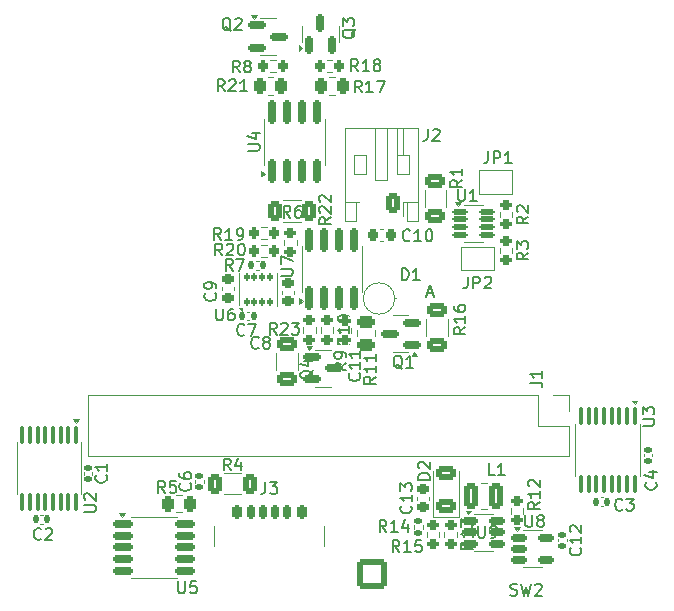
<source format=gbr>
%TF.GenerationSoftware,KiCad,Pcbnew,9.0.0*%
%TF.CreationDate,2025-03-28T07:35:40+02:00*%
%TF.ProjectId,EEE3088F_micro_mouse_power_subsystem,45454533-3038-4384-965f-6d6963726f5f,v0*%
%TF.SameCoordinates,Original*%
%TF.FileFunction,Legend,Top*%
%TF.FilePolarity,Positive*%
%FSLAX46Y46*%
G04 Gerber Fmt 4.6, Leading zero omitted, Abs format (unit mm)*
G04 Created by KiCad (PCBNEW 9.0.0) date 2025-03-28 07:35:40*
%MOMM*%
%LPD*%
G01*
G04 APERTURE LIST*
G04 Aperture macros list*
%AMRoundRect*
0 Rectangle with rounded corners*
0 $1 Rounding radius*
0 $2 $3 $4 $5 $6 $7 $8 $9 X,Y pos of 4 corners*
0 Add a 4 corners polygon primitive as box body*
4,1,4,$2,$3,$4,$5,$6,$7,$8,$9,$2,$3,0*
0 Add four circle primitives for the rounded corners*
1,1,$1+$1,$2,$3*
1,1,$1+$1,$4,$5*
1,1,$1+$1,$6,$7*
1,1,$1+$1,$8,$9*
0 Add four rect primitives between the rounded corners*
20,1,$1+$1,$2,$3,$4,$5,0*
20,1,$1+$1,$4,$5,$6,$7,0*
20,1,$1+$1,$6,$7,$8,$9,0*
20,1,$1+$1,$8,$9,$2,$3,0*%
%AMFreePoly0*
4,1,6,1.000000,0.000000,0.500000,-0.750000,-0.500000,-0.750000,-0.500000,0.750000,0.500000,0.750000,1.000000,0.000000,1.000000,0.000000,$1*%
%AMFreePoly1*
4,1,6,0.500000,-0.750000,-0.650000,-0.750000,-0.150000,0.000000,-0.650000,0.750000,0.500000,0.750000,0.500000,-0.750000,0.500000,-0.750000,$1*%
G04 Aperture macros list end*
%ADD10C,0.150000*%
%ADD11C,0.120000*%
%ADD12RoundRect,0.225000X0.250000X-0.225000X0.250000X0.225000X-0.250000X0.225000X-0.250000X-0.225000X0*%
%ADD13RoundRect,0.140000X0.170000X-0.140000X0.170000X0.140000X-0.170000X0.140000X-0.170000X-0.140000X0*%
%ADD14RoundRect,0.140000X-0.170000X0.140000X-0.170000X-0.140000X0.170000X-0.140000X0.170000X0.140000X0*%
%ADD15RoundRect,0.250000X0.625000X-0.375000X0.625000X0.375000X-0.625000X0.375000X-0.625000X-0.375000X0*%
%ADD16RoundRect,0.250000X0.375000X0.850000X-0.375000X0.850000X-0.375000X-0.850000X0.375000X-0.850000X0*%
%ADD17RoundRect,0.250000X-0.312500X-0.625000X0.312500X-0.625000X0.312500X0.625000X-0.312500X0.625000X0*%
%ADD18RoundRect,0.250000X0.262500X0.450000X-0.262500X0.450000X-0.262500X-0.450000X0.262500X-0.450000X0*%
%ADD19RoundRect,0.200000X0.275000X-0.200000X0.275000X0.200000X-0.275000X0.200000X-0.275000X-0.200000X0*%
%ADD20RoundRect,0.135000X-0.185000X0.135000X-0.185000X-0.135000X0.185000X-0.135000X0.185000X0.135000X0*%
%ADD21RoundRect,0.200000X-0.275000X0.200000X-0.275000X-0.200000X0.275000X-0.200000X0.275000X0.200000X0*%
%ADD22RoundRect,0.249999X-1.025001X-1.025001X1.025001X-1.025001X1.025001X1.025001X-1.025001X1.025001X0*%
%ADD23C,2.550000*%
%ADD24RoundRect,0.150000X-0.512500X-0.150000X0.512500X-0.150000X0.512500X0.150000X-0.512500X0.150000X0*%
%ADD25R,2.100000X3.300000*%
%ADD26RoundRect,0.150000X-0.687500X-0.150000X0.687500X-0.150000X0.687500X0.150000X-0.687500X0.150000X0*%
%ADD27O,1.100000X1.700000*%
%ADD28RoundRect,0.200000X-0.200000X-0.400000X0.200000X-0.400000X0.200000X0.400000X-0.200000X0.400000X0*%
%ADD29RoundRect,0.190000X-0.190000X-0.410000X0.190000X-0.410000X0.190000X0.410000X-0.190000X0.410000X0*%
%ADD30RoundRect,0.175000X0.175000X0.425000X-0.175000X0.425000X-0.175000X-0.425000X0.175000X-0.425000X0*%
%ADD31RoundRect,0.200000X0.200000X0.400000X-0.200000X0.400000X-0.200000X-0.400000X0.200000X-0.400000X0*%
%ADD32RoundRect,0.190000X0.190000X0.410000X-0.190000X0.410000X-0.190000X-0.410000X0.190000X-0.410000X0*%
%ADD33RoundRect,0.175000X-0.175000X-0.425000X0.175000X-0.425000X0.175000X0.425000X-0.175000X0.425000X0*%
%ADD34R,1.900000X1.100000*%
%ADD35RoundRect,0.125000X0.125000X-0.187500X0.125000X0.187500X-0.125000X0.187500X-0.125000X-0.187500X0*%
%ADD36R,1.600000X1.600000*%
%ADD37O,1.600000X1.600000*%
%ADD38R,1.700000X1.700000*%
%ADD39O,1.700000X1.700000*%
%ADD40RoundRect,0.150000X0.150000X-0.825000X0.150000X0.825000X-0.150000X0.825000X-0.150000X-0.825000X0*%
%ADD41R,3.300000X2.410000*%
%ADD42RoundRect,0.100000X-0.100000X0.637500X-0.100000X-0.637500X0.100000X-0.637500X0.100000X0.637500X0*%
%ADD43RoundRect,0.125000X-0.537500X-0.125000X0.537500X-0.125000X0.537500X0.125000X-0.537500X0.125000X0*%
%ADD44RoundRect,0.250000X-0.625000X0.312500X-0.625000X-0.312500X0.625000X-0.312500X0.625000X0.312500X0*%
%ADD45RoundRect,0.250000X0.312500X0.625000X-0.312500X0.625000X-0.312500X-0.625000X0.312500X-0.625000X0*%
%ADD46RoundRect,0.200000X-0.200000X-0.275000X0.200000X-0.275000X0.200000X0.275000X-0.200000X0.275000X0*%
%ADD47RoundRect,0.200000X0.200000X0.275000X-0.200000X0.275000X-0.200000X-0.275000X0.200000X-0.275000X0*%
%ADD48RoundRect,0.250000X-0.262500X-0.450000X0.262500X-0.450000X0.262500X0.450000X-0.262500X0.450000X0*%
%ADD49RoundRect,0.135000X0.135000X0.185000X-0.135000X0.185000X-0.135000X-0.185000X0.135000X-0.185000X0*%
%ADD50RoundRect,0.150000X-0.587500X-0.150000X0.587500X-0.150000X0.587500X0.150000X-0.587500X0.150000X0*%
%ADD51RoundRect,0.150000X0.150000X-0.587500X0.150000X0.587500X-0.150000X0.587500X-0.150000X-0.587500X0*%
%ADD52RoundRect,0.150000X0.587500X0.150000X-0.587500X0.150000X-0.587500X-0.150000X0.587500X-0.150000X0*%
%ADD53FreePoly0,180.000000*%
%ADD54FreePoly1,180.000000*%
%ADD55RoundRect,0.250000X0.350000X0.625000X-0.350000X0.625000X-0.350000X-0.625000X0.350000X-0.625000X0*%
%ADD56O,1.200000X1.750000*%
%ADD57RoundRect,0.250000X0.475000X-0.250000X0.475000X0.250000X-0.475000X0.250000X-0.475000X-0.250000X0*%
%ADD58RoundRect,0.225000X-0.225000X-0.250000X0.225000X-0.250000X0.225000X0.250000X-0.225000X0.250000X0*%
%ADD59RoundRect,0.225000X-0.250000X0.225000X-0.250000X-0.225000X0.250000X-0.225000X0.250000X0.225000X0*%
%ADD60RoundRect,0.140000X-0.140000X-0.170000X0.140000X-0.170000X0.140000X0.170000X-0.140000X0.170000X0*%
G04 APERTURE END LIST*
D10*
X154329580Y-143067857D02*
X154377200Y-143115476D01*
X154377200Y-143115476D02*
X154424819Y-143258333D01*
X154424819Y-143258333D02*
X154424819Y-143353571D01*
X154424819Y-143353571D02*
X154377200Y-143496428D01*
X154377200Y-143496428D02*
X154281961Y-143591666D01*
X154281961Y-143591666D02*
X154186723Y-143639285D01*
X154186723Y-143639285D02*
X153996247Y-143686904D01*
X153996247Y-143686904D02*
X153853390Y-143686904D01*
X153853390Y-143686904D02*
X153662914Y-143639285D01*
X153662914Y-143639285D02*
X153567676Y-143591666D01*
X153567676Y-143591666D02*
X153472438Y-143496428D01*
X153472438Y-143496428D02*
X153424819Y-143353571D01*
X153424819Y-143353571D02*
X153424819Y-143258333D01*
X153424819Y-143258333D02*
X153472438Y-143115476D01*
X153472438Y-143115476D02*
X153520057Y-143067857D01*
X154424819Y-142115476D02*
X154424819Y-142686904D01*
X154424819Y-142401190D02*
X153424819Y-142401190D01*
X153424819Y-142401190D02*
X153567676Y-142496428D01*
X153567676Y-142496428D02*
X153662914Y-142591666D01*
X153662914Y-142591666D02*
X153710533Y-142686904D01*
X153424819Y-141782142D02*
X153424819Y-141163095D01*
X153424819Y-141163095D02*
X153805771Y-141496428D01*
X153805771Y-141496428D02*
X153805771Y-141353571D01*
X153805771Y-141353571D02*
X153853390Y-141258333D01*
X153853390Y-141258333D02*
X153901009Y-141210714D01*
X153901009Y-141210714D02*
X153996247Y-141163095D01*
X153996247Y-141163095D02*
X154234342Y-141163095D01*
X154234342Y-141163095D02*
X154329580Y-141210714D01*
X154329580Y-141210714D02*
X154377200Y-141258333D01*
X154377200Y-141258333D02*
X154424819Y-141353571D01*
X154424819Y-141353571D02*
X154424819Y-141639285D01*
X154424819Y-141639285D02*
X154377200Y-141734523D01*
X154377200Y-141734523D02*
X154329580Y-141782142D01*
X135632080Y-141166666D02*
X135679700Y-141214285D01*
X135679700Y-141214285D02*
X135727319Y-141357142D01*
X135727319Y-141357142D02*
X135727319Y-141452380D01*
X135727319Y-141452380D02*
X135679700Y-141595237D01*
X135679700Y-141595237D02*
X135584461Y-141690475D01*
X135584461Y-141690475D02*
X135489223Y-141738094D01*
X135489223Y-141738094D02*
X135298747Y-141785713D01*
X135298747Y-141785713D02*
X135155890Y-141785713D01*
X135155890Y-141785713D02*
X134965414Y-141738094D01*
X134965414Y-141738094D02*
X134870176Y-141690475D01*
X134870176Y-141690475D02*
X134774938Y-141595237D01*
X134774938Y-141595237D02*
X134727319Y-141452380D01*
X134727319Y-141452380D02*
X134727319Y-141357142D01*
X134727319Y-141357142D02*
X134774938Y-141214285D01*
X134774938Y-141214285D02*
X134822557Y-141166666D01*
X134727319Y-140309523D02*
X134727319Y-140499999D01*
X134727319Y-140499999D02*
X134774938Y-140595237D01*
X134774938Y-140595237D02*
X134822557Y-140642856D01*
X134822557Y-140642856D02*
X134965414Y-140738094D01*
X134965414Y-140738094D02*
X135155890Y-140785713D01*
X135155890Y-140785713D02*
X135536842Y-140785713D01*
X135536842Y-140785713D02*
X135632080Y-140738094D01*
X135632080Y-140738094D02*
X135679700Y-140690475D01*
X135679700Y-140690475D02*
X135727319Y-140595237D01*
X135727319Y-140595237D02*
X135727319Y-140404761D01*
X135727319Y-140404761D02*
X135679700Y-140309523D01*
X135679700Y-140309523D02*
X135632080Y-140261904D01*
X135632080Y-140261904D02*
X135536842Y-140214285D01*
X135536842Y-140214285D02*
X135298747Y-140214285D01*
X135298747Y-140214285D02*
X135203509Y-140261904D01*
X135203509Y-140261904D02*
X135155890Y-140309523D01*
X135155890Y-140309523D02*
X135108271Y-140404761D01*
X135108271Y-140404761D02*
X135108271Y-140595237D01*
X135108271Y-140595237D02*
X135155890Y-140690475D01*
X135155890Y-140690475D02*
X135203509Y-140738094D01*
X135203509Y-140738094D02*
X135298747Y-140785713D01*
X168682080Y-146612857D02*
X168729700Y-146660476D01*
X168729700Y-146660476D02*
X168777319Y-146803333D01*
X168777319Y-146803333D02*
X168777319Y-146898571D01*
X168777319Y-146898571D02*
X168729700Y-147041428D01*
X168729700Y-147041428D02*
X168634461Y-147136666D01*
X168634461Y-147136666D02*
X168539223Y-147184285D01*
X168539223Y-147184285D02*
X168348747Y-147231904D01*
X168348747Y-147231904D02*
X168205890Y-147231904D01*
X168205890Y-147231904D02*
X168015414Y-147184285D01*
X168015414Y-147184285D02*
X167920176Y-147136666D01*
X167920176Y-147136666D02*
X167824938Y-147041428D01*
X167824938Y-147041428D02*
X167777319Y-146898571D01*
X167777319Y-146898571D02*
X167777319Y-146803333D01*
X167777319Y-146803333D02*
X167824938Y-146660476D01*
X167824938Y-146660476D02*
X167872557Y-146612857D01*
X168777319Y-145660476D02*
X168777319Y-146231904D01*
X168777319Y-145946190D02*
X167777319Y-145946190D01*
X167777319Y-145946190D02*
X167920176Y-146041428D01*
X167920176Y-146041428D02*
X168015414Y-146136666D01*
X168015414Y-146136666D02*
X168063033Y-146231904D01*
X167872557Y-145279523D02*
X167824938Y-145231904D01*
X167824938Y-145231904D02*
X167777319Y-145136666D01*
X167777319Y-145136666D02*
X167777319Y-144898571D01*
X167777319Y-144898571D02*
X167824938Y-144803333D01*
X167824938Y-144803333D02*
X167872557Y-144755714D01*
X167872557Y-144755714D02*
X167967795Y-144708095D01*
X167967795Y-144708095D02*
X168063033Y-144708095D01*
X168063033Y-144708095D02*
X168205890Y-144755714D01*
X168205890Y-144755714D02*
X168777319Y-145327142D01*
X168777319Y-145327142D02*
X168777319Y-144708095D01*
X155934819Y-140838094D02*
X154934819Y-140838094D01*
X154934819Y-140838094D02*
X154934819Y-140599999D01*
X154934819Y-140599999D02*
X154982438Y-140457142D01*
X154982438Y-140457142D02*
X155077676Y-140361904D01*
X155077676Y-140361904D02*
X155172914Y-140314285D01*
X155172914Y-140314285D02*
X155363390Y-140266666D01*
X155363390Y-140266666D02*
X155506247Y-140266666D01*
X155506247Y-140266666D02*
X155696723Y-140314285D01*
X155696723Y-140314285D02*
X155791961Y-140361904D01*
X155791961Y-140361904D02*
X155887200Y-140457142D01*
X155887200Y-140457142D02*
X155934819Y-140599999D01*
X155934819Y-140599999D02*
X155934819Y-140838094D01*
X155030057Y-139885713D02*
X154982438Y-139838094D01*
X154982438Y-139838094D02*
X154934819Y-139742856D01*
X154934819Y-139742856D02*
X154934819Y-139504761D01*
X154934819Y-139504761D02*
X154982438Y-139409523D01*
X154982438Y-139409523D02*
X155030057Y-139361904D01*
X155030057Y-139361904D02*
X155125295Y-139314285D01*
X155125295Y-139314285D02*
X155220533Y-139314285D01*
X155220533Y-139314285D02*
X155363390Y-139361904D01*
X155363390Y-139361904D02*
X155934819Y-139933332D01*
X155934819Y-139933332D02*
X155934819Y-139314285D01*
X161433333Y-140454819D02*
X160957143Y-140454819D01*
X160957143Y-140454819D02*
X160957143Y-139454819D01*
X162290476Y-140454819D02*
X161719048Y-140454819D01*
X162004762Y-140454819D02*
X162004762Y-139454819D01*
X162004762Y-139454819D02*
X161909524Y-139597676D01*
X161909524Y-139597676D02*
X161814286Y-139692914D01*
X161814286Y-139692914D02*
X161719048Y-139740533D01*
X139065833Y-140054819D02*
X138732500Y-139578628D01*
X138494405Y-140054819D02*
X138494405Y-139054819D01*
X138494405Y-139054819D02*
X138875357Y-139054819D01*
X138875357Y-139054819D02*
X138970595Y-139102438D01*
X138970595Y-139102438D02*
X139018214Y-139150057D01*
X139018214Y-139150057D02*
X139065833Y-139245295D01*
X139065833Y-139245295D02*
X139065833Y-139388152D01*
X139065833Y-139388152D02*
X139018214Y-139483390D01*
X139018214Y-139483390D02*
X138970595Y-139531009D01*
X138970595Y-139531009D02*
X138875357Y-139578628D01*
X138875357Y-139578628D02*
X138494405Y-139578628D01*
X139922976Y-139388152D02*
X139922976Y-140054819D01*
X139684881Y-139007200D02*
X139446786Y-139721485D01*
X139446786Y-139721485D02*
X140065833Y-139721485D01*
X133533333Y-141954819D02*
X133200000Y-141478628D01*
X132961905Y-141954819D02*
X132961905Y-140954819D01*
X132961905Y-140954819D02*
X133342857Y-140954819D01*
X133342857Y-140954819D02*
X133438095Y-141002438D01*
X133438095Y-141002438D02*
X133485714Y-141050057D01*
X133485714Y-141050057D02*
X133533333Y-141145295D01*
X133533333Y-141145295D02*
X133533333Y-141288152D01*
X133533333Y-141288152D02*
X133485714Y-141383390D01*
X133485714Y-141383390D02*
X133438095Y-141431009D01*
X133438095Y-141431009D02*
X133342857Y-141478628D01*
X133342857Y-141478628D02*
X132961905Y-141478628D01*
X134438095Y-140954819D02*
X133961905Y-140954819D01*
X133961905Y-140954819D02*
X133914286Y-141431009D01*
X133914286Y-141431009D02*
X133961905Y-141383390D01*
X133961905Y-141383390D02*
X134057143Y-141335771D01*
X134057143Y-141335771D02*
X134295238Y-141335771D01*
X134295238Y-141335771D02*
X134390476Y-141383390D01*
X134390476Y-141383390D02*
X134438095Y-141431009D01*
X134438095Y-141431009D02*
X134485714Y-141526247D01*
X134485714Y-141526247D02*
X134485714Y-141764342D01*
X134485714Y-141764342D02*
X134438095Y-141859580D01*
X134438095Y-141859580D02*
X134390476Y-141907200D01*
X134390476Y-141907200D02*
X134295238Y-141954819D01*
X134295238Y-141954819D02*
X134057143Y-141954819D01*
X134057143Y-141954819D02*
X133961905Y-141907200D01*
X133961905Y-141907200D02*
X133914286Y-141859580D01*
X165254819Y-142742857D02*
X164778628Y-143076190D01*
X165254819Y-143314285D02*
X164254819Y-143314285D01*
X164254819Y-143314285D02*
X164254819Y-142933333D01*
X164254819Y-142933333D02*
X164302438Y-142838095D01*
X164302438Y-142838095D02*
X164350057Y-142790476D01*
X164350057Y-142790476D02*
X164445295Y-142742857D01*
X164445295Y-142742857D02*
X164588152Y-142742857D01*
X164588152Y-142742857D02*
X164683390Y-142790476D01*
X164683390Y-142790476D02*
X164731009Y-142838095D01*
X164731009Y-142838095D02*
X164778628Y-142933333D01*
X164778628Y-142933333D02*
X164778628Y-143314285D01*
X165254819Y-141790476D02*
X165254819Y-142361904D01*
X165254819Y-142076190D02*
X164254819Y-142076190D01*
X164254819Y-142076190D02*
X164397676Y-142171428D01*
X164397676Y-142171428D02*
X164492914Y-142266666D01*
X164492914Y-142266666D02*
X164540533Y-142361904D01*
X164350057Y-141409523D02*
X164302438Y-141361904D01*
X164302438Y-141361904D02*
X164254819Y-141266666D01*
X164254819Y-141266666D02*
X164254819Y-141028571D01*
X164254819Y-141028571D02*
X164302438Y-140933333D01*
X164302438Y-140933333D02*
X164350057Y-140885714D01*
X164350057Y-140885714D02*
X164445295Y-140838095D01*
X164445295Y-140838095D02*
X164540533Y-140838095D01*
X164540533Y-140838095D02*
X164683390Y-140885714D01*
X164683390Y-140885714D02*
X165254819Y-141457142D01*
X165254819Y-141457142D02*
X165254819Y-140838095D01*
X153357142Y-146954819D02*
X153023809Y-146478628D01*
X152785714Y-146954819D02*
X152785714Y-145954819D01*
X152785714Y-145954819D02*
X153166666Y-145954819D01*
X153166666Y-145954819D02*
X153261904Y-146002438D01*
X153261904Y-146002438D02*
X153309523Y-146050057D01*
X153309523Y-146050057D02*
X153357142Y-146145295D01*
X153357142Y-146145295D02*
X153357142Y-146288152D01*
X153357142Y-146288152D02*
X153309523Y-146383390D01*
X153309523Y-146383390D02*
X153261904Y-146431009D01*
X153261904Y-146431009D02*
X153166666Y-146478628D01*
X153166666Y-146478628D02*
X152785714Y-146478628D01*
X154309523Y-146954819D02*
X153738095Y-146954819D01*
X154023809Y-146954819D02*
X154023809Y-145954819D01*
X154023809Y-145954819D02*
X153928571Y-146097676D01*
X153928571Y-146097676D02*
X153833333Y-146192914D01*
X153833333Y-146192914D02*
X153738095Y-146240533D01*
X155214285Y-145954819D02*
X154738095Y-145954819D01*
X154738095Y-145954819D02*
X154690476Y-146431009D01*
X154690476Y-146431009D02*
X154738095Y-146383390D01*
X154738095Y-146383390D02*
X154833333Y-146335771D01*
X154833333Y-146335771D02*
X155071428Y-146335771D01*
X155071428Y-146335771D02*
X155166666Y-146383390D01*
X155166666Y-146383390D02*
X155214285Y-146431009D01*
X155214285Y-146431009D02*
X155261904Y-146526247D01*
X155261904Y-146526247D02*
X155261904Y-146764342D01*
X155261904Y-146764342D02*
X155214285Y-146859580D01*
X155214285Y-146859580D02*
X155166666Y-146907200D01*
X155166666Y-146907200D02*
X155071428Y-146954819D01*
X155071428Y-146954819D02*
X154833333Y-146954819D01*
X154833333Y-146954819D02*
X154738095Y-146907200D01*
X154738095Y-146907200D02*
X154690476Y-146859580D01*
X159584819Y-146117857D02*
X159108628Y-146451190D01*
X159584819Y-146689285D02*
X158584819Y-146689285D01*
X158584819Y-146689285D02*
X158584819Y-146308333D01*
X158584819Y-146308333D02*
X158632438Y-146213095D01*
X158632438Y-146213095D02*
X158680057Y-146165476D01*
X158680057Y-146165476D02*
X158775295Y-146117857D01*
X158775295Y-146117857D02*
X158918152Y-146117857D01*
X158918152Y-146117857D02*
X159013390Y-146165476D01*
X159013390Y-146165476D02*
X159061009Y-146213095D01*
X159061009Y-146213095D02*
X159108628Y-146308333D01*
X159108628Y-146308333D02*
X159108628Y-146689285D01*
X159584819Y-145165476D02*
X159584819Y-145736904D01*
X159584819Y-145451190D02*
X158584819Y-145451190D01*
X158584819Y-145451190D02*
X158727676Y-145546428D01*
X158727676Y-145546428D02*
X158822914Y-145641666D01*
X158822914Y-145641666D02*
X158870533Y-145736904D01*
X158584819Y-144832142D02*
X158584819Y-144213095D01*
X158584819Y-144213095D02*
X158965771Y-144546428D01*
X158965771Y-144546428D02*
X158965771Y-144403571D01*
X158965771Y-144403571D02*
X159013390Y-144308333D01*
X159013390Y-144308333D02*
X159061009Y-144260714D01*
X159061009Y-144260714D02*
X159156247Y-144213095D01*
X159156247Y-144213095D02*
X159394342Y-144213095D01*
X159394342Y-144213095D02*
X159489580Y-144260714D01*
X159489580Y-144260714D02*
X159537200Y-144308333D01*
X159537200Y-144308333D02*
X159584819Y-144403571D01*
X159584819Y-144403571D02*
X159584819Y-144689285D01*
X159584819Y-144689285D02*
X159537200Y-144784523D01*
X159537200Y-144784523D02*
X159489580Y-144832142D01*
X162766667Y-150607200D02*
X162909524Y-150654819D01*
X162909524Y-150654819D02*
X163147619Y-150654819D01*
X163147619Y-150654819D02*
X163242857Y-150607200D01*
X163242857Y-150607200D02*
X163290476Y-150559580D01*
X163290476Y-150559580D02*
X163338095Y-150464342D01*
X163338095Y-150464342D02*
X163338095Y-150369104D01*
X163338095Y-150369104D02*
X163290476Y-150273866D01*
X163290476Y-150273866D02*
X163242857Y-150226247D01*
X163242857Y-150226247D02*
X163147619Y-150178628D01*
X163147619Y-150178628D02*
X162957143Y-150131009D01*
X162957143Y-150131009D02*
X162861905Y-150083390D01*
X162861905Y-150083390D02*
X162814286Y-150035771D01*
X162814286Y-150035771D02*
X162766667Y-149940533D01*
X162766667Y-149940533D02*
X162766667Y-149845295D01*
X162766667Y-149845295D02*
X162814286Y-149750057D01*
X162814286Y-149750057D02*
X162861905Y-149702438D01*
X162861905Y-149702438D02*
X162957143Y-149654819D01*
X162957143Y-149654819D02*
X163195238Y-149654819D01*
X163195238Y-149654819D02*
X163338095Y-149702438D01*
X163671429Y-149654819D02*
X163909524Y-150654819D01*
X163909524Y-150654819D02*
X164100000Y-149940533D01*
X164100000Y-149940533D02*
X164290476Y-150654819D01*
X164290476Y-150654819D02*
X164528572Y-149654819D01*
X164861905Y-149750057D02*
X164909524Y-149702438D01*
X164909524Y-149702438D02*
X165004762Y-149654819D01*
X165004762Y-149654819D02*
X165242857Y-149654819D01*
X165242857Y-149654819D02*
X165338095Y-149702438D01*
X165338095Y-149702438D02*
X165385714Y-149750057D01*
X165385714Y-149750057D02*
X165433333Y-149845295D01*
X165433333Y-149845295D02*
X165433333Y-149940533D01*
X165433333Y-149940533D02*
X165385714Y-150083390D01*
X165385714Y-150083390D02*
X164814286Y-150654819D01*
X164814286Y-150654819D02*
X165433333Y-150654819D01*
X152257142Y-145254819D02*
X151923809Y-144778628D01*
X151685714Y-145254819D02*
X151685714Y-144254819D01*
X151685714Y-144254819D02*
X152066666Y-144254819D01*
X152066666Y-144254819D02*
X152161904Y-144302438D01*
X152161904Y-144302438D02*
X152209523Y-144350057D01*
X152209523Y-144350057D02*
X152257142Y-144445295D01*
X152257142Y-144445295D02*
X152257142Y-144588152D01*
X152257142Y-144588152D02*
X152209523Y-144683390D01*
X152209523Y-144683390D02*
X152161904Y-144731009D01*
X152161904Y-144731009D02*
X152066666Y-144778628D01*
X152066666Y-144778628D02*
X151685714Y-144778628D01*
X153209523Y-145254819D02*
X152638095Y-145254819D01*
X152923809Y-145254819D02*
X152923809Y-144254819D01*
X152923809Y-144254819D02*
X152828571Y-144397676D01*
X152828571Y-144397676D02*
X152733333Y-144492914D01*
X152733333Y-144492914D02*
X152638095Y-144540533D01*
X154066666Y-144588152D02*
X154066666Y-145254819D01*
X153828571Y-144207200D02*
X153590476Y-144921485D01*
X153590476Y-144921485D02*
X154209523Y-144921485D01*
X160038095Y-144754819D02*
X160038095Y-145564342D01*
X160038095Y-145564342D02*
X160085714Y-145659580D01*
X160085714Y-145659580D02*
X160133333Y-145707200D01*
X160133333Y-145707200D02*
X160228571Y-145754819D01*
X160228571Y-145754819D02*
X160419047Y-145754819D01*
X160419047Y-145754819D02*
X160514285Y-145707200D01*
X160514285Y-145707200D02*
X160561904Y-145659580D01*
X160561904Y-145659580D02*
X160609523Y-145564342D01*
X160609523Y-145564342D02*
X160609523Y-144754819D01*
X161133333Y-145754819D02*
X161323809Y-145754819D01*
X161323809Y-145754819D02*
X161419047Y-145707200D01*
X161419047Y-145707200D02*
X161466666Y-145659580D01*
X161466666Y-145659580D02*
X161561904Y-145516723D01*
X161561904Y-145516723D02*
X161609523Y-145326247D01*
X161609523Y-145326247D02*
X161609523Y-144945295D01*
X161609523Y-144945295D02*
X161561904Y-144850057D01*
X161561904Y-144850057D02*
X161514285Y-144802438D01*
X161514285Y-144802438D02*
X161419047Y-144754819D01*
X161419047Y-144754819D02*
X161228571Y-144754819D01*
X161228571Y-144754819D02*
X161133333Y-144802438D01*
X161133333Y-144802438D02*
X161085714Y-144850057D01*
X161085714Y-144850057D02*
X161038095Y-144945295D01*
X161038095Y-144945295D02*
X161038095Y-145183390D01*
X161038095Y-145183390D02*
X161085714Y-145278628D01*
X161085714Y-145278628D02*
X161133333Y-145326247D01*
X161133333Y-145326247D02*
X161228571Y-145373866D01*
X161228571Y-145373866D02*
X161419047Y-145373866D01*
X161419047Y-145373866D02*
X161514285Y-145326247D01*
X161514285Y-145326247D02*
X161561904Y-145278628D01*
X161561904Y-145278628D02*
X161609523Y-145183390D01*
X134638095Y-149454819D02*
X134638095Y-150264342D01*
X134638095Y-150264342D02*
X134685714Y-150359580D01*
X134685714Y-150359580D02*
X134733333Y-150407200D01*
X134733333Y-150407200D02*
X134828571Y-150454819D01*
X134828571Y-150454819D02*
X135019047Y-150454819D01*
X135019047Y-150454819D02*
X135114285Y-150407200D01*
X135114285Y-150407200D02*
X135161904Y-150359580D01*
X135161904Y-150359580D02*
X135209523Y-150264342D01*
X135209523Y-150264342D02*
X135209523Y-149454819D01*
X136161904Y-149454819D02*
X135685714Y-149454819D01*
X135685714Y-149454819D02*
X135638095Y-149931009D01*
X135638095Y-149931009D02*
X135685714Y-149883390D01*
X135685714Y-149883390D02*
X135780952Y-149835771D01*
X135780952Y-149835771D02*
X136019047Y-149835771D01*
X136019047Y-149835771D02*
X136114285Y-149883390D01*
X136114285Y-149883390D02*
X136161904Y-149931009D01*
X136161904Y-149931009D02*
X136209523Y-150026247D01*
X136209523Y-150026247D02*
X136209523Y-150264342D01*
X136209523Y-150264342D02*
X136161904Y-150359580D01*
X136161904Y-150359580D02*
X136114285Y-150407200D01*
X136114285Y-150407200D02*
X136019047Y-150454819D01*
X136019047Y-150454819D02*
X135780952Y-150454819D01*
X135780952Y-150454819D02*
X135685714Y-150407200D01*
X135685714Y-150407200D02*
X135638095Y-150359580D01*
X164038095Y-143854819D02*
X164038095Y-144664342D01*
X164038095Y-144664342D02*
X164085714Y-144759580D01*
X164085714Y-144759580D02*
X164133333Y-144807200D01*
X164133333Y-144807200D02*
X164228571Y-144854819D01*
X164228571Y-144854819D02*
X164419047Y-144854819D01*
X164419047Y-144854819D02*
X164514285Y-144807200D01*
X164514285Y-144807200D02*
X164561904Y-144759580D01*
X164561904Y-144759580D02*
X164609523Y-144664342D01*
X164609523Y-144664342D02*
X164609523Y-143854819D01*
X165228571Y-144283390D02*
X165133333Y-144235771D01*
X165133333Y-144235771D02*
X165085714Y-144188152D01*
X165085714Y-144188152D02*
X165038095Y-144092914D01*
X165038095Y-144092914D02*
X165038095Y-144045295D01*
X165038095Y-144045295D02*
X165085714Y-143950057D01*
X165085714Y-143950057D02*
X165133333Y-143902438D01*
X165133333Y-143902438D02*
X165228571Y-143854819D01*
X165228571Y-143854819D02*
X165419047Y-143854819D01*
X165419047Y-143854819D02*
X165514285Y-143902438D01*
X165514285Y-143902438D02*
X165561904Y-143950057D01*
X165561904Y-143950057D02*
X165609523Y-144045295D01*
X165609523Y-144045295D02*
X165609523Y-144092914D01*
X165609523Y-144092914D02*
X165561904Y-144188152D01*
X165561904Y-144188152D02*
X165514285Y-144235771D01*
X165514285Y-144235771D02*
X165419047Y-144283390D01*
X165419047Y-144283390D02*
X165228571Y-144283390D01*
X165228571Y-144283390D02*
X165133333Y-144331009D01*
X165133333Y-144331009D02*
X165085714Y-144378628D01*
X165085714Y-144378628D02*
X165038095Y-144473866D01*
X165038095Y-144473866D02*
X165038095Y-144664342D01*
X165038095Y-144664342D02*
X165085714Y-144759580D01*
X165085714Y-144759580D02*
X165133333Y-144807200D01*
X165133333Y-144807200D02*
X165228571Y-144854819D01*
X165228571Y-144854819D02*
X165419047Y-144854819D01*
X165419047Y-144854819D02*
X165514285Y-144807200D01*
X165514285Y-144807200D02*
X165561904Y-144759580D01*
X165561904Y-144759580D02*
X165609523Y-144664342D01*
X165609523Y-144664342D02*
X165609523Y-144473866D01*
X165609523Y-144473866D02*
X165561904Y-144378628D01*
X165561904Y-144378628D02*
X165514285Y-144331009D01*
X165514285Y-144331009D02*
X165419047Y-144283390D01*
X142016666Y-141034819D02*
X142016666Y-141749104D01*
X142016666Y-141749104D02*
X141969047Y-141891961D01*
X141969047Y-141891961D02*
X141873809Y-141987200D01*
X141873809Y-141987200D02*
X141730952Y-142034819D01*
X141730952Y-142034819D02*
X141635714Y-142034819D01*
X142397619Y-141034819D02*
X143016666Y-141034819D01*
X143016666Y-141034819D02*
X142683333Y-141415771D01*
X142683333Y-141415771D02*
X142826190Y-141415771D01*
X142826190Y-141415771D02*
X142921428Y-141463390D01*
X142921428Y-141463390D02*
X142969047Y-141511009D01*
X142969047Y-141511009D02*
X143016666Y-141606247D01*
X143016666Y-141606247D02*
X143016666Y-141844342D01*
X143016666Y-141844342D02*
X142969047Y-141939580D01*
X142969047Y-141939580D02*
X142921428Y-141987200D01*
X142921428Y-141987200D02*
X142826190Y-142034819D01*
X142826190Y-142034819D02*
X142540476Y-142034819D01*
X142540476Y-142034819D02*
X142445238Y-141987200D01*
X142445238Y-141987200D02*
X142397619Y-141939580D01*
X137838095Y-126354819D02*
X137838095Y-127164342D01*
X137838095Y-127164342D02*
X137885714Y-127259580D01*
X137885714Y-127259580D02*
X137933333Y-127307200D01*
X137933333Y-127307200D02*
X138028571Y-127354819D01*
X138028571Y-127354819D02*
X138219047Y-127354819D01*
X138219047Y-127354819D02*
X138314285Y-127307200D01*
X138314285Y-127307200D02*
X138361904Y-127259580D01*
X138361904Y-127259580D02*
X138409523Y-127164342D01*
X138409523Y-127164342D02*
X138409523Y-126354819D01*
X139314285Y-126354819D02*
X139123809Y-126354819D01*
X139123809Y-126354819D02*
X139028571Y-126402438D01*
X139028571Y-126402438D02*
X138980952Y-126450057D01*
X138980952Y-126450057D02*
X138885714Y-126592914D01*
X138885714Y-126592914D02*
X138838095Y-126783390D01*
X138838095Y-126783390D02*
X138838095Y-127164342D01*
X138838095Y-127164342D02*
X138885714Y-127259580D01*
X138885714Y-127259580D02*
X138933333Y-127307200D01*
X138933333Y-127307200D02*
X139028571Y-127354819D01*
X139028571Y-127354819D02*
X139219047Y-127354819D01*
X139219047Y-127354819D02*
X139314285Y-127307200D01*
X139314285Y-127307200D02*
X139361904Y-127259580D01*
X139361904Y-127259580D02*
X139409523Y-127164342D01*
X139409523Y-127164342D02*
X139409523Y-126926247D01*
X139409523Y-126926247D02*
X139361904Y-126831009D01*
X139361904Y-126831009D02*
X139314285Y-126783390D01*
X139314285Y-126783390D02*
X139219047Y-126735771D01*
X139219047Y-126735771D02*
X139028571Y-126735771D01*
X139028571Y-126735771D02*
X138933333Y-126783390D01*
X138933333Y-126783390D02*
X138885714Y-126831009D01*
X138885714Y-126831009D02*
X138838095Y-126926247D01*
X153561905Y-123954819D02*
X153561905Y-122954819D01*
X153561905Y-122954819D02*
X153800000Y-122954819D01*
X153800000Y-122954819D02*
X153942857Y-123002438D01*
X153942857Y-123002438D02*
X154038095Y-123097676D01*
X154038095Y-123097676D02*
X154085714Y-123192914D01*
X154085714Y-123192914D02*
X154133333Y-123383390D01*
X154133333Y-123383390D02*
X154133333Y-123526247D01*
X154133333Y-123526247D02*
X154085714Y-123716723D01*
X154085714Y-123716723D02*
X154038095Y-123811961D01*
X154038095Y-123811961D02*
X153942857Y-123907200D01*
X153942857Y-123907200D02*
X153800000Y-123954819D01*
X153800000Y-123954819D02*
X153561905Y-123954819D01*
X155085714Y-123954819D02*
X154514286Y-123954819D01*
X154800000Y-123954819D02*
X154800000Y-122954819D01*
X154800000Y-122954819D02*
X154704762Y-123097676D01*
X154704762Y-123097676D02*
X154609524Y-123192914D01*
X154609524Y-123192914D02*
X154514286Y-123240533D01*
X155739405Y-125069104D02*
X156215595Y-125069104D01*
X155644167Y-125354819D02*
X155977500Y-124354819D01*
X155977500Y-124354819D02*
X156310833Y-125354819D01*
X164454819Y-132633333D02*
X165169104Y-132633333D01*
X165169104Y-132633333D02*
X165311961Y-132680952D01*
X165311961Y-132680952D02*
X165407200Y-132776190D01*
X165407200Y-132776190D02*
X165454819Y-132919047D01*
X165454819Y-132919047D02*
X165454819Y-133014285D01*
X165454819Y-131633333D02*
X165454819Y-132204761D01*
X165454819Y-131919047D02*
X164454819Y-131919047D01*
X164454819Y-131919047D02*
X164597676Y-132014285D01*
X164597676Y-132014285D02*
X164692914Y-132109523D01*
X164692914Y-132109523D02*
X164740533Y-132204761D01*
X143354819Y-123561904D02*
X144164342Y-123561904D01*
X144164342Y-123561904D02*
X144259580Y-123514285D01*
X144259580Y-123514285D02*
X144307200Y-123466666D01*
X144307200Y-123466666D02*
X144354819Y-123371428D01*
X144354819Y-123371428D02*
X144354819Y-123180952D01*
X144354819Y-123180952D02*
X144307200Y-123085714D01*
X144307200Y-123085714D02*
X144259580Y-123038095D01*
X144259580Y-123038095D02*
X144164342Y-122990476D01*
X144164342Y-122990476D02*
X143354819Y-122990476D01*
X143354819Y-122609523D02*
X143354819Y-121942857D01*
X143354819Y-121942857D02*
X144354819Y-122371428D01*
X140519819Y-112986904D02*
X141329342Y-112986904D01*
X141329342Y-112986904D02*
X141424580Y-112939285D01*
X141424580Y-112939285D02*
X141472200Y-112891666D01*
X141472200Y-112891666D02*
X141519819Y-112796428D01*
X141519819Y-112796428D02*
X141519819Y-112605952D01*
X141519819Y-112605952D02*
X141472200Y-112510714D01*
X141472200Y-112510714D02*
X141424580Y-112463095D01*
X141424580Y-112463095D02*
X141329342Y-112415476D01*
X141329342Y-112415476D02*
X140519819Y-112415476D01*
X140853152Y-111510714D02*
X141519819Y-111510714D01*
X140472200Y-111748809D02*
X141186485Y-111986904D01*
X141186485Y-111986904D02*
X141186485Y-111367857D01*
X173954819Y-136261904D02*
X174764342Y-136261904D01*
X174764342Y-136261904D02*
X174859580Y-136214285D01*
X174859580Y-136214285D02*
X174907200Y-136166666D01*
X174907200Y-136166666D02*
X174954819Y-136071428D01*
X174954819Y-136071428D02*
X174954819Y-135880952D01*
X174954819Y-135880952D02*
X174907200Y-135785714D01*
X174907200Y-135785714D02*
X174859580Y-135738095D01*
X174859580Y-135738095D02*
X174764342Y-135690476D01*
X174764342Y-135690476D02*
X173954819Y-135690476D01*
X173954819Y-135309523D02*
X173954819Y-134690476D01*
X173954819Y-134690476D02*
X174335771Y-135023809D01*
X174335771Y-135023809D02*
X174335771Y-134880952D01*
X174335771Y-134880952D02*
X174383390Y-134785714D01*
X174383390Y-134785714D02*
X174431009Y-134738095D01*
X174431009Y-134738095D02*
X174526247Y-134690476D01*
X174526247Y-134690476D02*
X174764342Y-134690476D01*
X174764342Y-134690476D02*
X174859580Y-134738095D01*
X174859580Y-134738095D02*
X174907200Y-134785714D01*
X174907200Y-134785714D02*
X174954819Y-134880952D01*
X174954819Y-134880952D02*
X174954819Y-135166666D01*
X174954819Y-135166666D02*
X174907200Y-135261904D01*
X174907200Y-135261904D02*
X174859580Y-135309523D01*
X126654819Y-143561904D02*
X127464342Y-143561904D01*
X127464342Y-143561904D02*
X127559580Y-143514285D01*
X127559580Y-143514285D02*
X127607200Y-143466666D01*
X127607200Y-143466666D02*
X127654819Y-143371428D01*
X127654819Y-143371428D02*
X127654819Y-143180952D01*
X127654819Y-143180952D02*
X127607200Y-143085714D01*
X127607200Y-143085714D02*
X127559580Y-143038095D01*
X127559580Y-143038095D02*
X127464342Y-142990476D01*
X127464342Y-142990476D02*
X126654819Y-142990476D01*
X126750057Y-142561904D02*
X126702438Y-142514285D01*
X126702438Y-142514285D02*
X126654819Y-142419047D01*
X126654819Y-142419047D02*
X126654819Y-142180952D01*
X126654819Y-142180952D02*
X126702438Y-142085714D01*
X126702438Y-142085714D02*
X126750057Y-142038095D01*
X126750057Y-142038095D02*
X126845295Y-141990476D01*
X126845295Y-141990476D02*
X126940533Y-141990476D01*
X126940533Y-141990476D02*
X127083390Y-142038095D01*
X127083390Y-142038095D02*
X127654819Y-142609523D01*
X127654819Y-142609523D02*
X127654819Y-141990476D01*
X158338095Y-116254819D02*
X158338095Y-117064342D01*
X158338095Y-117064342D02*
X158385714Y-117159580D01*
X158385714Y-117159580D02*
X158433333Y-117207200D01*
X158433333Y-117207200D02*
X158528571Y-117254819D01*
X158528571Y-117254819D02*
X158719047Y-117254819D01*
X158719047Y-117254819D02*
X158814285Y-117207200D01*
X158814285Y-117207200D02*
X158861904Y-117159580D01*
X158861904Y-117159580D02*
X158909523Y-117064342D01*
X158909523Y-117064342D02*
X158909523Y-116254819D01*
X159909523Y-117254819D02*
X159338095Y-117254819D01*
X159623809Y-117254819D02*
X159623809Y-116254819D01*
X159623809Y-116254819D02*
X159528571Y-116397676D01*
X159528571Y-116397676D02*
X159433333Y-116492914D01*
X159433333Y-116492914D02*
X159338095Y-116540533D01*
X142957142Y-128554819D02*
X142623809Y-128078628D01*
X142385714Y-128554819D02*
X142385714Y-127554819D01*
X142385714Y-127554819D02*
X142766666Y-127554819D01*
X142766666Y-127554819D02*
X142861904Y-127602438D01*
X142861904Y-127602438D02*
X142909523Y-127650057D01*
X142909523Y-127650057D02*
X142957142Y-127745295D01*
X142957142Y-127745295D02*
X142957142Y-127888152D01*
X142957142Y-127888152D02*
X142909523Y-127983390D01*
X142909523Y-127983390D02*
X142861904Y-128031009D01*
X142861904Y-128031009D02*
X142766666Y-128078628D01*
X142766666Y-128078628D02*
X142385714Y-128078628D01*
X143338095Y-127650057D02*
X143385714Y-127602438D01*
X143385714Y-127602438D02*
X143480952Y-127554819D01*
X143480952Y-127554819D02*
X143719047Y-127554819D01*
X143719047Y-127554819D02*
X143814285Y-127602438D01*
X143814285Y-127602438D02*
X143861904Y-127650057D01*
X143861904Y-127650057D02*
X143909523Y-127745295D01*
X143909523Y-127745295D02*
X143909523Y-127840533D01*
X143909523Y-127840533D02*
X143861904Y-127983390D01*
X143861904Y-127983390D02*
X143290476Y-128554819D01*
X143290476Y-128554819D02*
X143909523Y-128554819D01*
X144242857Y-127554819D02*
X144861904Y-127554819D01*
X144861904Y-127554819D02*
X144528571Y-127935771D01*
X144528571Y-127935771D02*
X144671428Y-127935771D01*
X144671428Y-127935771D02*
X144766666Y-127983390D01*
X144766666Y-127983390D02*
X144814285Y-128031009D01*
X144814285Y-128031009D02*
X144861904Y-128126247D01*
X144861904Y-128126247D02*
X144861904Y-128364342D01*
X144861904Y-128364342D02*
X144814285Y-128459580D01*
X144814285Y-128459580D02*
X144766666Y-128507200D01*
X144766666Y-128507200D02*
X144671428Y-128554819D01*
X144671428Y-128554819D02*
X144385714Y-128554819D01*
X144385714Y-128554819D02*
X144290476Y-128507200D01*
X144290476Y-128507200D02*
X144242857Y-128459580D01*
X147554819Y-118642857D02*
X147078628Y-118976190D01*
X147554819Y-119214285D02*
X146554819Y-119214285D01*
X146554819Y-119214285D02*
X146554819Y-118833333D01*
X146554819Y-118833333D02*
X146602438Y-118738095D01*
X146602438Y-118738095D02*
X146650057Y-118690476D01*
X146650057Y-118690476D02*
X146745295Y-118642857D01*
X146745295Y-118642857D02*
X146888152Y-118642857D01*
X146888152Y-118642857D02*
X146983390Y-118690476D01*
X146983390Y-118690476D02*
X147031009Y-118738095D01*
X147031009Y-118738095D02*
X147078628Y-118833333D01*
X147078628Y-118833333D02*
X147078628Y-119214285D01*
X146650057Y-118261904D02*
X146602438Y-118214285D01*
X146602438Y-118214285D02*
X146554819Y-118119047D01*
X146554819Y-118119047D02*
X146554819Y-117880952D01*
X146554819Y-117880952D02*
X146602438Y-117785714D01*
X146602438Y-117785714D02*
X146650057Y-117738095D01*
X146650057Y-117738095D02*
X146745295Y-117690476D01*
X146745295Y-117690476D02*
X146840533Y-117690476D01*
X146840533Y-117690476D02*
X146983390Y-117738095D01*
X146983390Y-117738095D02*
X147554819Y-118309523D01*
X147554819Y-118309523D02*
X147554819Y-117690476D01*
X146650057Y-117309523D02*
X146602438Y-117261904D01*
X146602438Y-117261904D02*
X146554819Y-117166666D01*
X146554819Y-117166666D02*
X146554819Y-116928571D01*
X146554819Y-116928571D02*
X146602438Y-116833333D01*
X146602438Y-116833333D02*
X146650057Y-116785714D01*
X146650057Y-116785714D02*
X146745295Y-116738095D01*
X146745295Y-116738095D02*
X146840533Y-116738095D01*
X146840533Y-116738095D02*
X146983390Y-116785714D01*
X146983390Y-116785714D02*
X147554819Y-117357142D01*
X147554819Y-117357142D02*
X147554819Y-116738095D01*
X138557142Y-107954819D02*
X138223809Y-107478628D01*
X137985714Y-107954819D02*
X137985714Y-106954819D01*
X137985714Y-106954819D02*
X138366666Y-106954819D01*
X138366666Y-106954819D02*
X138461904Y-107002438D01*
X138461904Y-107002438D02*
X138509523Y-107050057D01*
X138509523Y-107050057D02*
X138557142Y-107145295D01*
X138557142Y-107145295D02*
X138557142Y-107288152D01*
X138557142Y-107288152D02*
X138509523Y-107383390D01*
X138509523Y-107383390D02*
X138461904Y-107431009D01*
X138461904Y-107431009D02*
X138366666Y-107478628D01*
X138366666Y-107478628D02*
X137985714Y-107478628D01*
X138938095Y-107050057D02*
X138985714Y-107002438D01*
X138985714Y-107002438D02*
X139080952Y-106954819D01*
X139080952Y-106954819D02*
X139319047Y-106954819D01*
X139319047Y-106954819D02*
X139414285Y-107002438D01*
X139414285Y-107002438D02*
X139461904Y-107050057D01*
X139461904Y-107050057D02*
X139509523Y-107145295D01*
X139509523Y-107145295D02*
X139509523Y-107240533D01*
X139509523Y-107240533D02*
X139461904Y-107383390D01*
X139461904Y-107383390D02*
X138890476Y-107954819D01*
X138890476Y-107954819D02*
X139509523Y-107954819D01*
X140461904Y-107954819D02*
X139890476Y-107954819D01*
X140176190Y-107954819D02*
X140176190Y-106954819D01*
X140176190Y-106954819D02*
X140080952Y-107097676D01*
X140080952Y-107097676D02*
X139985714Y-107192914D01*
X139985714Y-107192914D02*
X139890476Y-107240533D01*
X138357142Y-121854819D02*
X138023809Y-121378628D01*
X137785714Y-121854819D02*
X137785714Y-120854819D01*
X137785714Y-120854819D02*
X138166666Y-120854819D01*
X138166666Y-120854819D02*
X138261904Y-120902438D01*
X138261904Y-120902438D02*
X138309523Y-120950057D01*
X138309523Y-120950057D02*
X138357142Y-121045295D01*
X138357142Y-121045295D02*
X138357142Y-121188152D01*
X138357142Y-121188152D02*
X138309523Y-121283390D01*
X138309523Y-121283390D02*
X138261904Y-121331009D01*
X138261904Y-121331009D02*
X138166666Y-121378628D01*
X138166666Y-121378628D02*
X137785714Y-121378628D01*
X138738095Y-120950057D02*
X138785714Y-120902438D01*
X138785714Y-120902438D02*
X138880952Y-120854819D01*
X138880952Y-120854819D02*
X139119047Y-120854819D01*
X139119047Y-120854819D02*
X139214285Y-120902438D01*
X139214285Y-120902438D02*
X139261904Y-120950057D01*
X139261904Y-120950057D02*
X139309523Y-121045295D01*
X139309523Y-121045295D02*
X139309523Y-121140533D01*
X139309523Y-121140533D02*
X139261904Y-121283390D01*
X139261904Y-121283390D02*
X138690476Y-121854819D01*
X138690476Y-121854819D02*
X139309523Y-121854819D01*
X139928571Y-120854819D02*
X140023809Y-120854819D01*
X140023809Y-120854819D02*
X140119047Y-120902438D01*
X140119047Y-120902438D02*
X140166666Y-120950057D01*
X140166666Y-120950057D02*
X140214285Y-121045295D01*
X140214285Y-121045295D02*
X140261904Y-121235771D01*
X140261904Y-121235771D02*
X140261904Y-121473866D01*
X140261904Y-121473866D02*
X140214285Y-121664342D01*
X140214285Y-121664342D02*
X140166666Y-121759580D01*
X140166666Y-121759580D02*
X140119047Y-121807200D01*
X140119047Y-121807200D02*
X140023809Y-121854819D01*
X140023809Y-121854819D02*
X139928571Y-121854819D01*
X139928571Y-121854819D02*
X139833333Y-121807200D01*
X139833333Y-121807200D02*
X139785714Y-121759580D01*
X139785714Y-121759580D02*
X139738095Y-121664342D01*
X139738095Y-121664342D02*
X139690476Y-121473866D01*
X139690476Y-121473866D02*
X139690476Y-121235771D01*
X139690476Y-121235771D02*
X139738095Y-121045295D01*
X139738095Y-121045295D02*
X139785714Y-120950057D01*
X139785714Y-120950057D02*
X139833333Y-120902438D01*
X139833333Y-120902438D02*
X139928571Y-120854819D01*
X138257142Y-120554819D02*
X137923809Y-120078628D01*
X137685714Y-120554819D02*
X137685714Y-119554819D01*
X137685714Y-119554819D02*
X138066666Y-119554819D01*
X138066666Y-119554819D02*
X138161904Y-119602438D01*
X138161904Y-119602438D02*
X138209523Y-119650057D01*
X138209523Y-119650057D02*
X138257142Y-119745295D01*
X138257142Y-119745295D02*
X138257142Y-119888152D01*
X138257142Y-119888152D02*
X138209523Y-119983390D01*
X138209523Y-119983390D02*
X138161904Y-120031009D01*
X138161904Y-120031009D02*
X138066666Y-120078628D01*
X138066666Y-120078628D02*
X137685714Y-120078628D01*
X139209523Y-120554819D02*
X138638095Y-120554819D01*
X138923809Y-120554819D02*
X138923809Y-119554819D01*
X138923809Y-119554819D02*
X138828571Y-119697676D01*
X138828571Y-119697676D02*
X138733333Y-119792914D01*
X138733333Y-119792914D02*
X138638095Y-119840533D01*
X139685714Y-120554819D02*
X139876190Y-120554819D01*
X139876190Y-120554819D02*
X139971428Y-120507200D01*
X139971428Y-120507200D02*
X140019047Y-120459580D01*
X140019047Y-120459580D02*
X140114285Y-120316723D01*
X140114285Y-120316723D02*
X140161904Y-120126247D01*
X140161904Y-120126247D02*
X140161904Y-119745295D01*
X140161904Y-119745295D02*
X140114285Y-119650057D01*
X140114285Y-119650057D02*
X140066666Y-119602438D01*
X140066666Y-119602438D02*
X139971428Y-119554819D01*
X139971428Y-119554819D02*
X139780952Y-119554819D01*
X139780952Y-119554819D02*
X139685714Y-119602438D01*
X139685714Y-119602438D02*
X139638095Y-119650057D01*
X139638095Y-119650057D02*
X139590476Y-119745295D01*
X139590476Y-119745295D02*
X139590476Y-119983390D01*
X139590476Y-119983390D02*
X139638095Y-120078628D01*
X139638095Y-120078628D02*
X139685714Y-120126247D01*
X139685714Y-120126247D02*
X139780952Y-120173866D01*
X139780952Y-120173866D02*
X139971428Y-120173866D01*
X139971428Y-120173866D02*
X140066666Y-120126247D01*
X140066666Y-120126247D02*
X140114285Y-120078628D01*
X140114285Y-120078628D02*
X140161904Y-119983390D01*
X149857142Y-106254819D02*
X149523809Y-105778628D01*
X149285714Y-106254819D02*
X149285714Y-105254819D01*
X149285714Y-105254819D02*
X149666666Y-105254819D01*
X149666666Y-105254819D02*
X149761904Y-105302438D01*
X149761904Y-105302438D02*
X149809523Y-105350057D01*
X149809523Y-105350057D02*
X149857142Y-105445295D01*
X149857142Y-105445295D02*
X149857142Y-105588152D01*
X149857142Y-105588152D02*
X149809523Y-105683390D01*
X149809523Y-105683390D02*
X149761904Y-105731009D01*
X149761904Y-105731009D02*
X149666666Y-105778628D01*
X149666666Y-105778628D02*
X149285714Y-105778628D01*
X150809523Y-106254819D02*
X150238095Y-106254819D01*
X150523809Y-106254819D02*
X150523809Y-105254819D01*
X150523809Y-105254819D02*
X150428571Y-105397676D01*
X150428571Y-105397676D02*
X150333333Y-105492914D01*
X150333333Y-105492914D02*
X150238095Y-105540533D01*
X151380952Y-105683390D02*
X151285714Y-105635771D01*
X151285714Y-105635771D02*
X151238095Y-105588152D01*
X151238095Y-105588152D02*
X151190476Y-105492914D01*
X151190476Y-105492914D02*
X151190476Y-105445295D01*
X151190476Y-105445295D02*
X151238095Y-105350057D01*
X151238095Y-105350057D02*
X151285714Y-105302438D01*
X151285714Y-105302438D02*
X151380952Y-105254819D01*
X151380952Y-105254819D02*
X151571428Y-105254819D01*
X151571428Y-105254819D02*
X151666666Y-105302438D01*
X151666666Y-105302438D02*
X151714285Y-105350057D01*
X151714285Y-105350057D02*
X151761904Y-105445295D01*
X151761904Y-105445295D02*
X151761904Y-105492914D01*
X151761904Y-105492914D02*
X151714285Y-105588152D01*
X151714285Y-105588152D02*
X151666666Y-105635771D01*
X151666666Y-105635771D02*
X151571428Y-105683390D01*
X151571428Y-105683390D02*
X151380952Y-105683390D01*
X151380952Y-105683390D02*
X151285714Y-105731009D01*
X151285714Y-105731009D02*
X151238095Y-105778628D01*
X151238095Y-105778628D02*
X151190476Y-105873866D01*
X151190476Y-105873866D02*
X151190476Y-106064342D01*
X151190476Y-106064342D02*
X151238095Y-106159580D01*
X151238095Y-106159580D02*
X151285714Y-106207200D01*
X151285714Y-106207200D02*
X151380952Y-106254819D01*
X151380952Y-106254819D02*
X151571428Y-106254819D01*
X151571428Y-106254819D02*
X151666666Y-106207200D01*
X151666666Y-106207200D02*
X151714285Y-106159580D01*
X151714285Y-106159580D02*
X151761904Y-106064342D01*
X151761904Y-106064342D02*
X151761904Y-105873866D01*
X151761904Y-105873866D02*
X151714285Y-105778628D01*
X151714285Y-105778628D02*
X151666666Y-105731009D01*
X151666666Y-105731009D02*
X151571428Y-105683390D01*
X150157142Y-108054819D02*
X149823809Y-107578628D01*
X149585714Y-108054819D02*
X149585714Y-107054819D01*
X149585714Y-107054819D02*
X149966666Y-107054819D01*
X149966666Y-107054819D02*
X150061904Y-107102438D01*
X150061904Y-107102438D02*
X150109523Y-107150057D01*
X150109523Y-107150057D02*
X150157142Y-107245295D01*
X150157142Y-107245295D02*
X150157142Y-107388152D01*
X150157142Y-107388152D02*
X150109523Y-107483390D01*
X150109523Y-107483390D02*
X150061904Y-107531009D01*
X150061904Y-107531009D02*
X149966666Y-107578628D01*
X149966666Y-107578628D02*
X149585714Y-107578628D01*
X151109523Y-108054819D02*
X150538095Y-108054819D01*
X150823809Y-108054819D02*
X150823809Y-107054819D01*
X150823809Y-107054819D02*
X150728571Y-107197676D01*
X150728571Y-107197676D02*
X150633333Y-107292914D01*
X150633333Y-107292914D02*
X150538095Y-107340533D01*
X151442857Y-107054819D02*
X152109523Y-107054819D01*
X152109523Y-107054819D02*
X151680952Y-108054819D01*
X158954819Y-127942857D02*
X158478628Y-128276190D01*
X158954819Y-128514285D02*
X157954819Y-128514285D01*
X157954819Y-128514285D02*
X157954819Y-128133333D01*
X157954819Y-128133333D02*
X158002438Y-128038095D01*
X158002438Y-128038095D02*
X158050057Y-127990476D01*
X158050057Y-127990476D02*
X158145295Y-127942857D01*
X158145295Y-127942857D02*
X158288152Y-127942857D01*
X158288152Y-127942857D02*
X158383390Y-127990476D01*
X158383390Y-127990476D02*
X158431009Y-128038095D01*
X158431009Y-128038095D02*
X158478628Y-128133333D01*
X158478628Y-128133333D02*
X158478628Y-128514285D01*
X158954819Y-126990476D02*
X158954819Y-127561904D01*
X158954819Y-127276190D02*
X157954819Y-127276190D01*
X157954819Y-127276190D02*
X158097676Y-127371428D01*
X158097676Y-127371428D02*
X158192914Y-127466666D01*
X158192914Y-127466666D02*
X158240533Y-127561904D01*
X157954819Y-126133333D02*
X157954819Y-126323809D01*
X157954819Y-126323809D02*
X158002438Y-126419047D01*
X158002438Y-126419047D02*
X158050057Y-126466666D01*
X158050057Y-126466666D02*
X158192914Y-126561904D01*
X158192914Y-126561904D02*
X158383390Y-126609523D01*
X158383390Y-126609523D02*
X158764342Y-126609523D01*
X158764342Y-126609523D02*
X158859580Y-126561904D01*
X158859580Y-126561904D02*
X158907200Y-126514285D01*
X158907200Y-126514285D02*
X158954819Y-126419047D01*
X158954819Y-126419047D02*
X158954819Y-126228571D01*
X158954819Y-126228571D02*
X158907200Y-126133333D01*
X158907200Y-126133333D02*
X158859580Y-126085714D01*
X158859580Y-126085714D02*
X158764342Y-126038095D01*
X158764342Y-126038095D02*
X158526247Y-126038095D01*
X158526247Y-126038095D02*
X158431009Y-126085714D01*
X158431009Y-126085714D02*
X158383390Y-126133333D01*
X158383390Y-126133333D02*
X158335771Y-126228571D01*
X158335771Y-126228571D02*
X158335771Y-126419047D01*
X158335771Y-126419047D02*
X158383390Y-126514285D01*
X158383390Y-126514285D02*
X158431009Y-126561904D01*
X158431009Y-126561904D02*
X158526247Y-126609523D01*
X151354819Y-132142857D02*
X150878628Y-132476190D01*
X151354819Y-132714285D02*
X150354819Y-132714285D01*
X150354819Y-132714285D02*
X150354819Y-132333333D01*
X150354819Y-132333333D02*
X150402438Y-132238095D01*
X150402438Y-132238095D02*
X150450057Y-132190476D01*
X150450057Y-132190476D02*
X150545295Y-132142857D01*
X150545295Y-132142857D02*
X150688152Y-132142857D01*
X150688152Y-132142857D02*
X150783390Y-132190476D01*
X150783390Y-132190476D02*
X150831009Y-132238095D01*
X150831009Y-132238095D02*
X150878628Y-132333333D01*
X150878628Y-132333333D02*
X150878628Y-132714285D01*
X151354819Y-131190476D02*
X151354819Y-131761904D01*
X151354819Y-131476190D02*
X150354819Y-131476190D01*
X150354819Y-131476190D02*
X150497676Y-131571428D01*
X150497676Y-131571428D02*
X150592914Y-131666666D01*
X150592914Y-131666666D02*
X150640533Y-131761904D01*
X151354819Y-130238095D02*
X151354819Y-130809523D01*
X151354819Y-130523809D02*
X150354819Y-130523809D01*
X150354819Y-130523809D02*
X150497676Y-130619047D01*
X150497676Y-130619047D02*
X150592914Y-130714285D01*
X150592914Y-130714285D02*
X150640533Y-130809523D01*
X149122319Y-128817857D02*
X148646128Y-129151190D01*
X149122319Y-129389285D02*
X148122319Y-129389285D01*
X148122319Y-129389285D02*
X148122319Y-129008333D01*
X148122319Y-129008333D02*
X148169938Y-128913095D01*
X148169938Y-128913095D02*
X148217557Y-128865476D01*
X148217557Y-128865476D02*
X148312795Y-128817857D01*
X148312795Y-128817857D02*
X148455652Y-128817857D01*
X148455652Y-128817857D02*
X148550890Y-128865476D01*
X148550890Y-128865476D02*
X148598509Y-128913095D01*
X148598509Y-128913095D02*
X148646128Y-129008333D01*
X148646128Y-129008333D02*
X148646128Y-129389285D01*
X149122319Y-127865476D02*
X149122319Y-128436904D01*
X149122319Y-128151190D02*
X148122319Y-128151190D01*
X148122319Y-128151190D02*
X148265176Y-128246428D01*
X148265176Y-128246428D02*
X148360414Y-128341666D01*
X148360414Y-128341666D02*
X148408033Y-128436904D01*
X148122319Y-127246428D02*
X148122319Y-127151190D01*
X148122319Y-127151190D02*
X148169938Y-127055952D01*
X148169938Y-127055952D02*
X148217557Y-127008333D01*
X148217557Y-127008333D02*
X148312795Y-126960714D01*
X148312795Y-126960714D02*
X148503271Y-126913095D01*
X148503271Y-126913095D02*
X148741366Y-126913095D01*
X148741366Y-126913095D02*
X148931842Y-126960714D01*
X148931842Y-126960714D02*
X149027080Y-127008333D01*
X149027080Y-127008333D02*
X149074700Y-127055952D01*
X149074700Y-127055952D02*
X149122319Y-127151190D01*
X149122319Y-127151190D02*
X149122319Y-127246428D01*
X149122319Y-127246428D02*
X149074700Y-127341666D01*
X149074700Y-127341666D02*
X149027080Y-127389285D01*
X149027080Y-127389285D02*
X148931842Y-127436904D01*
X148931842Y-127436904D02*
X148741366Y-127484523D01*
X148741366Y-127484523D02*
X148503271Y-127484523D01*
X148503271Y-127484523D02*
X148312795Y-127436904D01*
X148312795Y-127436904D02*
X148217557Y-127389285D01*
X148217557Y-127389285D02*
X148169938Y-127341666D01*
X148169938Y-127341666D02*
X148122319Y-127246428D01*
X148854819Y-130966666D02*
X148378628Y-131299999D01*
X148854819Y-131538094D02*
X147854819Y-131538094D01*
X147854819Y-131538094D02*
X147854819Y-131157142D01*
X147854819Y-131157142D02*
X147902438Y-131061904D01*
X147902438Y-131061904D02*
X147950057Y-131014285D01*
X147950057Y-131014285D02*
X148045295Y-130966666D01*
X148045295Y-130966666D02*
X148188152Y-130966666D01*
X148188152Y-130966666D02*
X148283390Y-131014285D01*
X148283390Y-131014285D02*
X148331009Y-131061904D01*
X148331009Y-131061904D02*
X148378628Y-131157142D01*
X148378628Y-131157142D02*
X148378628Y-131538094D01*
X148854819Y-130490475D02*
X148854819Y-130299999D01*
X148854819Y-130299999D02*
X148807200Y-130204761D01*
X148807200Y-130204761D02*
X148759580Y-130157142D01*
X148759580Y-130157142D02*
X148616723Y-130061904D01*
X148616723Y-130061904D02*
X148426247Y-130014285D01*
X148426247Y-130014285D02*
X148045295Y-130014285D01*
X148045295Y-130014285D02*
X147950057Y-130061904D01*
X147950057Y-130061904D02*
X147902438Y-130109523D01*
X147902438Y-130109523D02*
X147854819Y-130204761D01*
X147854819Y-130204761D02*
X147854819Y-130395237D01*
X147854819Y-130395237D02*
X147902438Y-130490475D01*
X147902438Y-130490475D02*
X147950057Y-130538094D01*
X147950057Y-130538094D02*
X148045295Y-130585713D01*
X148045295Y-130585713D02*
X148283390Y-130585713D01*
X148283390Y-130585713D02*
X148378628Y-130538094D01*
X148378628Y-130538094D02*
X148426247Y-130490475D01*
X148426247Y-130490475D02*
X148473866Y-130395237D01*
X148473866Y-130395237D02*
X148473866Y-130204761D01*
X148473866Y-130204761D02*
X148426247Y-130109523D01*
X148426247Y-130109523D02*
X148378628Y-130061904D01*
X148378628Y-130061904D02*
X148283390Y-130014285D01*
X139833333Y-106354819D02*
X139500000Y-105878628D01*
X139261905Y-106354819D02*
X139261905Y-105354819D01*
X139261905Y-105354819D02*
X139642857Y-105354819D01*
X139642857Y-105354819D02*
X139738095Y-105402438D01*
X139738095Y-105402438D02*
X139785714Y-105450057D01*
X139785714Y-105450057D02*
X139833333Y-105545295D01*
X139833333Y-105545295D02*
X139833333Y-105688152D01*
X139833333Y-105688152D02*
X139785714Y-105783390D01*
X139785714Y-105783390D02*
X139738095Y-105831009D01*
X139738095Y-105831009D02*
X139642857Y-105878628D01*
X139642857Y-105878628D02*
X139261905Y-105878628D01*
X140404762Y-105783390D02*
X140309524Y-105735771D01*
X140309524Y-105735771D02*
X140261905Y-105688152D01*
X140261905Y-105688152D02*
X140214286Y-105592914D01*
X140214286Y-105592914D02*
X140214286Y-105545295D01*
X140214286Y-105545295D02*
X140261905Y-105450057D01*
X140261905Y-105450057D02*
X140309524Y-105402438D01*
X140309524Y-105402438D02*
X140404762Y-105354819D01*
X140404762Y-105354819D02*
X140595238Y-105354819D01*
X140595238Y-105354819D02*
X140690476Y-105402438D01*
X140690476Y-105402438D02*
X140738095Y-105450057D01*
X140738095Y-105450057D02*
X140785714Y-105545295D01*
X140785714Y-105545295D02*
X140785714Y-105592914D01*
X140785714Y-105592914D02*
X140738095Y-105688152D01*
X140738095Y-105688152D02*
X140690476Y-105735771D01*
X140690476Y-105735771D02*
X140595238Y-105783390D01*
X140595238Y-105783390D02*
X140404762Y-105783390D01*
X140404762Y-105783390D02*
X140309524Y-105831009D01*
X140309524Y-105831009D02*
X140261905Y-105878628D01*
X140261905Y-105878628D02*
X140214286Y-105973866D01*
X140214286Y-105973866D02*
X140214286Y-106164342D01*
X140214286Y-106164342D02*
X140261905Y-106259580D01*
X140261905Y-106259580D02*
X140309524Y-106307200D01*
X140309524Y-106307200D02*
X140404762Y-106354819D01*
X140404762Y-106354819D02*
X140595238Y-106354819D01*
X140595238Y-106354819D02*
X140690476Y-106307200D01*
X140690476Y-106307200D02*
X140738095Y-106259580D01*
X140738095Y-106259580D02*
X140785714Y-106164342D01*
X140785714Y-106164342D02*
X140785714Y-105973866D01*
X140785714Y-105973866D02*
X140738095Y-105878628D01*
X140738095Y-105878628D02*
X140690476Y-105831009D01*
X140690476Y-105831009D02*
X140595238Y-105783390D01*
X139233333Y-123154819D02*
X138900000Y-122678628D01*
X138661905Y-123154819D02*
X138661905Y-122154819D01*
X138661905Y-122154819D02*
X139042857Y-122154819D01*
X139042857Y-122154819D02*
X139138095Y-122202438D01*
X139138095Y-122202438D02*
X139185714Y-122250057D01*
X139185714Y-122250057D02*
X139233333Y-122345295D01*
X139233333Y-122345295D02*
X139233333Y-122488152D01*
X139233333Y-122488152D02*
X139185714Y-122583390D01*
X139185714Y-122583390D02*
X139138095Y-122631009D01*
X139138095Y-122631009D02*
X139042857Y-122678628D01*
X139042857Y-122678628D02*
X138661905Y-122678628D01*
X139566667Y-122154819D02*
X140233333Y-122154819D01*
X140233333Y-122154819D02*
X139804762Y-123154819D01*
X144133333Y-118654819D02*
X143800000Y-118178628D01*
X143561905Y-118654819D02*
X143561905Y-117654819D01*
X143561905Y-117654819D02*
X143942857Y-117654819D01*
X143942857Y-117654819D02*
X144038095Y-117702438D01*
X144038095Y-117702438D02*
X144085714Y-117750057D01*
X144085714Y-117750057D02*
X144133333Y-117845295D01*
X144133333Y-117845295D02*
X144133333Y-117988152D01*
X144133333Y-117988152D02*
X144085714Y-118083390D01*
X144085714Y-118083390D02*
X144038095Y-118131009D01*
X144038095Y-118131009D02*
X143942857Y-118178628D01*
X143942857Y-118178628D02*
X143561905Y-118178628D01*
X144990476Y-117654819D02*
X144800000Y-117654819D01*
X144800000Y-117654819D02*
X144704762Y-117702438D01*
X144704762Y-117702438D02*
X144657143Y-117750057D01*
X144657143Y-117750057D02*
X144561905Y-117892914D01*
X144561905Y-117892914D02*
X144514286Y-118083390D01*
X144514286Y-118083390D02*
X144514286Y-118464342D01*
X144514286Y-118464342D02*
X144561905Y-118559580D01*
X144561905Y-118559580D02*
X144609524Y-118607200D01*
X144609524Y-118607200D02*
X144704762Y-118654819D01*
X144704762Y-118654819D02*
X144895238Y-118654819D01*
X144895238Y-118654819D02*
X144990476Y-118607200D01*
X144990476Y-118607200D02*
X145038095Y-118559580D01*
X145038095Y-118559580D02*
X145085714Y-118464342D01*
X145085714Y-118464342D02*
X145085714Y-118226247D01*
X145085714Y-118226247D02*
X145038095Y-118131009D01*
X145038095Y-118131009D02*
X144990476Y-118083390D01*
X144990476Y-118083390D02*
X144895238Y-118035771D01*
X144895238Y-118035771D02*
X144704762Y-118035771D01*
X144704762Y-118035771D02*
X144609524Y-118083390D01*
X144609524Y-118083390D02*
X144561905Y-118131009D01*
X144561905Y-118131009D02*
X144514286Y-118226247D01*
X164284819Y-121616666D02*
X163808628Y-121949999D01*
X164284819Y-122188094D02*
X163284819Y-122188094D01*
X163284819Y-122188094D02*
X163284819Y-121807142D01*
X163284819Y-121807142D02*
X163332438Y-121711904D01*
X163332438Y-121711904D02*
X163380057Y-121664285D01*
X163380057Y-121664285D02*
X163475295Y-121616666D01*
X163475295Y-121616666D02*
X163618152Y-121616666D01*
X163618152Y-121616666D02*
X163713390Y-121664285D01*
X163713390Y-121664285D02*
X163761009Y-121711904D01*
X163761009Y-121711904D02*
X163808628Y-121807142D01*
X163808628Y-121807142D02*
X163808628Y-122188094D01*
X163284819Y-121283332D02*
X163284819Y-120664285D01*
X163284819Y-120664285D02*
X163665771Y-120997618D01*
X163665771Y-120997618D02*
X163665771Y-120854761D01*
X163665771Y-120854761D02*
X163713390Y-120759523D01*
X163713390Y-120759523D02*
X163761009Y-120711904D01*
X163761009Y-120711904D02*
X163856247Y-120664285D01*
X163856247Y-120664285D02*
X164094342Y-120664285D01*
X164094342Y-120664285D02*
X164189580Y-120711904D01*
X164189580Y-120711904D02*
X164237200Y-120759523D01*
X164237200Y-120759523D02*
X164284819Y-120854761D01*
X164284819Y-120854761D02*
X164284819Y-121140475D01*
X164284819Y-121140475D02*
X164237200Y-121235713D01*
X164237200Y-121235713D02*
X164189580Y-121283332D01*
X164284819Y-118566666D02*
X163808628Y-118899999D01*
X164284819Y-119138094D02*
X163284819Y-119138094D01*
X163284819Y-119138094D02*
X163284819Y-118757142D01*
X163284819Y-118757142D02*
X163332438Y-118661904D01*
X163332438Y-118661904D02*
X163380057Y-118614285D01*
X163380057Y-118614285D02*
X163475295Y-118566666D01*
X163475295Y-118566666D02*
X163618152Y-118566666D01*
X163618152Y-118566666D02*
X163713390Y-118614285D01*
X163713390Y-118614285D02*
X163761009Y-118661904D01*
X163761009Y-118661904D02*
X163808628Y-118757142D01*
X163808628Y-118757142D02*
X163808628Y-119138094D01*
X163380057Y-118185713D02*
X163332438Y-118138094D01*
X163332438Y-118138094D02*
X163284819Y-118042856D01*
X163284819Y-118042856D02*
X163284819Y-117804761D01*
X163284819Y-117804761D02*
X163332438Y-117709523D01*
X163332438Y-117709523D02*
X163380057Y-117661904D01*
X163380057Y-117661904D02*
X163475295Y-117614285D01*
X163475295Y-117614285D02*
X163570533Y-117614285D01*
X163570533Y-117614285D02*
X163713390Y-117661904D01*
X163713390Y-117661904D02*
X164284819Y-118233332D01*
X164284819Y-118233332D02*
X164284819Y-117614285D01*
X158674819Y-115466666D02*
X158198628Y-115799999D01*
X158674819Y-116038094D02*
X157674819Y-116038094D01*
X157674819Y-116038094D02*
X157674819Y-115657142D01*
X157674819Y-115657142D02*
X157722438Y-115561904D01*
X157722438Y-115561904D02*
X157770057Y-115514285D01*
X157770057Y-115514285D02*
X157865295Y-115466666D01*
X157865295Y-115466666D02*
X158008152Y-115466666D01*
X158008152Y-115466666D02*
X158103390Y-115514285D01*
X158103390Y-115514285D02*
X158151009Y-115561904D01*
X158151009Y-115561904D02*
X158198628Y-115657142D01*
X158198628Y-115657142D02*
X158198628Y-116038094D01*
X158674819Y-114514285D02*
X158674819Y-115085713D01*
X158674819Y-114799999D02*
X157674819Y-114799999D01*
X157674819Y-114799999D02*
X157817676Y-114895237D01*
X157817676Y-114895237D02*
X157912914Y-114990475D01*
X157912914Y-114990475D02*
X157960533Y-115085713D01*
X146050057Y-131595238D02*
X146002438Y-131690476D01*
X146002438Y-131690476D02*
X145907200Y-131785714D01*
X145907200Y-131785714D02*
X145764342Y-131928571D01*
X145764342Y-131928571D02*
X145716723Y-132023809D01*
X145716723Y-132023809D02*
X145716723Y-132119047D01*
X145954819Y-132071428D02*
X145907200Y-132166666D01*
X145907200Y-132166666D02*
X145811961Y-132261904D01*
X145811961Y-132261904D02*
X145621485Y-132309523D01*
X145621485Y-132309523D02*
X145288152Y-132309523D01*
X145288152Y-132309523D02*
X145097676Y-132261904D01*
X145097676Y-132261904D02*
X145002438Y-132166666D01*
X145002438Y-132166666D02*
X144954819Y-132071428D01*
X144954819Y-132071428D02*
X144954819Y-131880952D01*
X144954819Y-131880952D02*
X145002438Y-131785714D01*
X145002438Y-131785714D02*
X145097676Y-131690476D01*
X145097676Y-131690476D02*
X145288152Y-131642857D01*
X145288152Y-131642857D02*
X145621485Y-131642857D01*
X145621485Y-131642857D02*
X145811961Y-131690476D01*
X145811961Y-131690476D02*
X145907200Y-131785714D01*
X145907200Y-131785714D02*
X145954819Y-131880952D01*
X145954819Y-131880952D02*
X145954819Y-132071428D01*
X145288152Y-130785714D02*
X145954819Y-130785714D01*
X144907200Y-131023809D02*
X145621485Y-131261904D01*
X145621485Y-131261904D02*
X145621485Y-130642857D01*
X149650057Y-102695238D02*
X149602438Y-102790476D01*
X149602438Y-102790476D02*
X149507200Y-102885714D01*
X149507200Y-102885714D02*
X149364342Y-103028571D01*
X149364342Y-103028571D02*
X149316723Y-103123809D01*
X149316723Y-103123809D02*
X149316723Y-103219047D01*
X149554819Y-103171428D02*
X149507200Y-103266666D01*
X149507200Y-103266666D02*
X149411961Y-103361904D01*
X149411961Y-103361904D02*
X149221485Y-103409523D01*
X149221485Y-103409523D02*
X148888152Y-103409523D01*
X148888152Y-103409523D02*
X148697676Y-103361904D01*
X148697676Y-103361904D02*
X148602438Y-103266666D01*
X148602438Y-103266666D02*
X148554819Y-103171428D01*
X148554819Y-103171428D02*
X148554819Y-102980952D01*
X148554819Y-102980952D02*
X148602438Y-102885714D01*
X148602438Y-102885714D02*
X148697676Y-102790476D01*
X148697676Y-102790476D02*
X148888152Y-102742857D01*
X148888152Y-102742857D02*
X149221485Y-102742857D01*
X149221485Y-102742857D02*
X149411961Y-102790476D01*
X149411961Y-102790476D02*
X149507200Y-102885714D01*
X149507200Y-102885714D02*
X149554819Y-102980952D01*
X149554819Y-102980952D02*
X149554819Y-103171428D01*
X148554819Y-102409523D02*
X148554819Y-101790476D01*
X148554819Y-101790476D02*
X148935771Y-102123809D01*
X148935771Y-102123809D02*
X148935771Y-101980952D01*
X148935771Y-101980952D02*
X148983390Y-101885714D01*
X148983390Y-101885714D02*
X149031009Y-101838095D01*
X149031009Y-101838095D02*
X149126247Y-101790476D01*
X149126247Y-101790476D02*
X149364342Y-101790476D01*
X149364342Y-101790476D02*
X149459580Y-101838095D01*
X149459580Y-101838095D02*
X149507200Y-101885714D01*
X149507200Y-101885714D02*
X149554819Y-101980952D01*
X149554819Y-101980952D02*
X149554819Y-102266666D01*
X149554819Y-102266666D02*
X149507200Y-102361904D01*
X149507200Y-102361904D02*
X149459580Y-102409523D01*
X139104761Y-102850057D02*
X139009523Y-102802438D01*
X139009523Y-102802438D02*
X138914285Y-102707200D01*
X138914285Y-102707200D02*
X138771428Y-102564342D01*
X138771428Y-102564342D02*
X138676190Y-102516723D01*
X138676190Y-102516723D02*
X138580952Y-102516723D01*
X138628571Y-102754819D02*
X138533333Y-102707200D01*
X138533333Y-102707200D02*
X138438095Y-102611961D01*
X138438095Y-102611961D02*
X138390476Y-102421485D01*
X138390476Y-102421485D02*
X138390476Y-102088152D01*
X138390476Y-102088152D02*
X138438095Y-101897676D01*
X138438095Y-101897676D02*
X138533333Y-101802438D01*
X138533333Y-101802438D02*
X138628571Y-101754819D01*
X138628571Y-101754819D02*
X138819047Y-101754819D01*
X138819047Y-101754819D02*
X138914285Y-101802438D01*
X138914285Y-101802438D02*
X139009523Y-101897676D01*
X139009523Y-101897676D02*
X139057142Y-102088152D01*
X139057142Y-102088152D02*
X139057142Y-102421485D01*
X139057142Y-102421485D02*
X139009523Y-102611961D01*
X139009523Y-102611961D02*
X138914285Y-102707200D01*
X138914285Y-102707200D02*
X138819047Y-102754819D01*
X138819047Y-102754819D02*
X138628571Y-102754819D01*
X139438095Y-101850057D02*
X139485714Y-101802438D01*
X139485714Y-101802438D02*
X139580952Y-101754819D01*
X139580952Y-101754819D02*
X139819047Y-101754819D01*
X139819047Y-101754819D02*
X139914285Y-101802438D01*
X139914285Y-101802438D02*
X139961904Y-101850057D01*
X139961904Y-101850057D02*
X140009523Y-101945295D01*
X140009523Y-101945295D02*
X140009523Y-102040533D01*
X140009523Y-102040533D02*
X139961904Y-102183390D01*
X139961904Y-102183390D02*
X139390476Y-102754819D01*
X139390476Y-102754819D02*
X140009523Y-102754819D01*
X153604761Y-131450057D02*
X153509523Y-131402438D01*
X153509523Y-131402438D02*
X153414285Y-131307200D01*
X153414285Y-131307200D02*
X153271428Y-131164342D01*
X153271428Y-131164342D02*
X153176190Y-131116723D01*
X153176190Y-131116723D02*
X153080952Y-131116723D01*
X153128571Y-131354819D02*
X153033333Y-131307200D01*
X153033333Y-131307200D02*
X152938095Y-131211961D01*
X152938095Y-131211961D02*
X152890476Y-131021485D01*
X152890476Y-131021485D02*
X152890476Y-130688152D01*
X152890476Y-130688152D02*
X152938095Y-130497676D01*
X152938095Y-130497676D02*
X153033333Y-130402438D01*
X153033333Y-130402438D02*
X153128571Y-130354819D01*
X153128571Y-130354819D02*
X153319047Y-130354819D01*
X153319047Y-130354819D02*
X153414285Y-130402438D01*
X153414285Y-130402438D02*
X153509523Y-130497676D01*
X153509523Y-130497676D02*
X153557142Y-130688152D01*
X153557142Y-130688152D02*
X153557142Y-131021485D01*
X153557142Y-131021485D02*
X153509523Y-131211961D01*
X153509523Y-131211961D02*
X153414285Y-131307200D01*
X153414285Y-131307200D02*
X153319047Y-131354819D01*
X153319047Y-131354819D02*
X153128571Y-131354819D01*
X154509523Y-131354819D02*
X153938095Y-131354819D01*
X154223809Y-131354819D02*
X154223809Y-130354819D01*
X154223809Y-130354819D02*
X154128571Y-130497676D01*
X154128571Y-130497676D02*
X154033333Y-130592914D01*
X154033333Y-130592914D02*
X153938095Y-130640533D01*
X159141666Y-123654819D02*
X159141666Y-124369104D01*
X159141666Y-124369104D02*
X159094047Y-124511961D01*
X159094047Y-124511961D02*
X158998809Y-124607200D01*
X158998809Y-124607200D02*
X158855952Y-124654819D01*
X158855952Y-124654819D02*
X158760714Y-124654819D01*
X159617857Y-124654819D02*
X159617857Y-123654819D01*
X159617857Y-123654819D02*
X159998809Y-123654819D01*
X159998809Y-123654819D02*
X160094047Y-123702438D01*
X160094047Y-123702438D02*
X160141666Y-123750057D01*
X160141666Y-123750057D02*
X160189285Y-123845295D01*
X160189285Y-123845295D02*
X160189285Y-123988152D01*
X160189285Y-123988152D02*
X160141666Y-124083390D01*
X160141666Y-124083390D02*
X160094047Y-124131009D01*
X160094047Y-124131009D02*
X159998809Y-124178628D01*
X159998809Y-124178628D02*
X159617857Y-124178628D01*
X160570238Y-123750057D02*
X160617857Y-123702438D01*
X160617857Y-123702438D02*
X160713095Y-123654819D01*
X160713095Y-123654819D02*
X160951190Y-123654819D01*
X160951190Y-123654819D02*
X161046428Y-123702438D01*
X161046428Y-123702438D02*
X161094047Y-123750057D01*
X161094047Y-123750057D02*
X161141666Y-123845295D01*
X161141666Y-123845295D02*
X161141666Y-123940533D01*
X161141666Y-123940533D02*
X161094047Y-124083390D01*
X161094047Y-124083390D02*
X160522619Y-124654819D01*
X160522619Y-124654819D02*
X161141666Y-124654819D01*
X160866666Y-113054819D02*
X160866666Y-113769104D01*
X160866666Y-113769104D02*
X160819047Y-113911961D01*
X160819047Y-113911961D02*
X160723809Y-114007200D01*
X160723809Y-114007200D02*
X160580952Y-114054819D01*
X160580952Y-114054819D02*
X160485714Y-114054819D01*
X161342857Y-114054819D02*
X161342857Y-113054819D01*
X161342857Y-113054819D02*
X161723809Y-113054819D01*
X161723809Y-113054819D02*
X161819047Y-113102438D01*
X161819047Y-113102438D02*
X161866666Y-113150057D01*
X161866666Y-113150057D02*
X161914285Y-113245295D01*
X161914285Y-113245295D02*
X161914285Y-113388152D01*
X161914285Y-113388152D02*
X161866666Y-113483390D01*
X161866666Y-113483390D02*
X161819047Y-113531009D01*
X161819047Y-113531009D02*
X161723809Y-113578628D01*
X161723809Y-113578628D02*
X161342857Y-113578628D01*
X162866666Y-114054819D02*
X162295238Y-114054819D01*
X162580952Y-114054819D02*
X162580952Y-113054819D01*
X162580952Y-113054819D02*
X162485714Y-113197676D01*
X162485714Y-113197676D02*
X162390476Y-113292914D01*
X162390476Y-113292914D02*
X162295238Y-113340533D01*
X155766666Y-111154819D02*
X155766666Y-111869104D01*
X155766666Y-111869104D02*
X155719047Y-112011961D01*
X155719047Y-112011961D02*
X155623809Y-112107200D01*
X155623809Y-112107200D02*
X155480952Y-112154819D01*
X155480952Y-112154819D02*
X155385714Y-112154819D01*
X156195238Y-111250057D02*
X156242857Y-111202438D01*
X156242857Y-111202438D02*
X156338095Y-111154819D01*
X156338095Y-111154819D02*
X156576190Y-111154819D01*
X156576190Y-111154819D02*
X156671428Y-111202438D01*
X156671428Y-111202438D02*
X156719047Y-111250057D01*
X156719047Y-111250057D02*
X156766666Y-111345295D01*
X156766666Y-111345295D02*
X156766666Y-111440533D01*
X156766666Y-111440533D02*
X156719047Y-111583390D01*
X156719047Y-111583390D02*
X156147619Y-112154819D01*
X156147619Y-112154819D02*
X156766666Y-112154819D01*
X149959580Y-131842857D02*
X150007200Y-131890476D01*
X150007200Y-131890476D02*
X150054819Y-132033333D01*
X150054819Y-132033333D02*
X150054819Y-132128571D01*
X150054819Y-132128571D02*
X150007200Y-132271428D01*
X150007200Y-132271428D02*
X149911961Y-132366666D01*
X149911961Y-132366666D02*
X149816723Y-132414285D01*
X149816723Y-132414285D02*
X149626247Y-132461904D01*
X149626247Y-132461904D02*
X149483390Y-132461904D01*
X149483390Y-132461904D02*
X149292914Y-132414285D01*
X149292914Y-132414285D02*
X149197676Y-132366666D01*
X149197676Y-132366666D02*
X149102438Y-132271428D01*
X149102438Y-132271428D02*
X149054819Y-132128571D01*
X149054819Y-132128571D02*
X149054819Y-132033333D01*
X149054819Y-132033333D02*
X149102438Y-131890476D01*
X149102438Y-131890476D02*
X149150057Y-131842857D01*
X150054819Y-130890476D02*
X150054819Y-131461904D01*
X150054819Y-131176190D02*
X149054819Y-131176190D01*
X149054819Y-131176190D02*
X149197676Y-131271428D01*
X149197676Y-131271428D02*
X149292914Y-131366666D01*
X149292914Y-131366666D02*
X149340533Y-131461904D01*
X150054819Y-129938095D02*
X150054819Y-130509523D01*
X150054819Y-130223809D02*
X149054819Y-130223809D01*
X149054819Y-130223809D02*
X149197676Y-130319047D01*
X149197676Y-130319047D02*
X149292914Y-130414285D01*
X149292914Y-130414285D02*
X149340533Y-130509523D01*
X154257142Y-120559580D02*
X154209523Y-120607200D01*
X154209523Y-120607200D02*
X154066666Y-120654819D01*
X154066666Y-120654819D02*
X153971428Y-120654819D01*
X153971428Y-120654819D02*
X153828571Y-120607200D01*
X153828571Y-120607200D02*
X153733333Y-120511961D01*
X153733333Y-120511961D02*
X153685714Y-120416723D01*
X153685714Y-120416723D02*
X153638095Y-120226247D01*
X153638095Y-120226247D02*
X153638095Y-120083390D01*
X153638095Y-120083390D02*
X153685714Y-119892914D01*
X153685714Y-119892914D02*
X153733333Y-119797676D01*
X153733333Y-119797676D02*
X153828571Y-119702438D01*
X153828571Y-119702438D02*
X153971428Y-119654819D01*
X153971428Y-119654819D02*
X154066666Y-119654819D01*
X154066666Y-119654819D02*
X154209523Y-119702438D01*
X154209523Y-119702438D02*
X154257142Y-119750057D01*
X155209523Y-120654819D02*
X154638095Y-120654819D01*
X154923809Y-120654819D02*
X154923809Y-119654819D01*
X154923809Y-119654819D02*
X154828571Y-119797676D01*
X154828571Y-119797676D02*
X154733333Y-119892914D01*
X154733333Y-119892914D02*
X154638095Y-119940533D01*
X155828571Y-119654819D02*
X155923809Y-119654819D01*
X155923809Y-119654819D02*
X156019047Y-119702438D01*
X156019047Y-119702438D02*
X156066666Y-119750057D01*
X156066666Y-119750057D02*
X156114285Y-119845295D01*
X156114285Y-119845295D02*
X156161904Y-120035771D01*
X156161904Y-120035771D02*
X156161904Y-120273866D01*
X156161904Y-120273866D02*
X156114285Y-120464342D01*
X156114285Y-120464342D02*
X156066666Y-120559580D01*
X156066666Y-120559580D02*
X156019047Y-120607200D01*
X156019047Y-120607200D02*
X155923809Y-120654819D01*
X155923809Y-120654819D02*
X155828571Y-120654819D01*
X155828571Y-120654819D02*
X155733333Y-120607200D01*
X155733333Y-120607200D02*
X155685714Y-120559580D01*
X155685714Y-120559580D02*
X155638095Y-120464342D01*
X155638095Y-120464342D02*
X155590476Y-120273866D01*
X155590476Y-120273866D02*
X155590476Y-120035771D01*
X155590476Y-120035771D02*
X155638095Y-119845295D01*
X155638095Y-119845295D02*
X155685714Y-119750057D01*
X155685714Y-119750057D02*
X155733333Y-119702438D01*
X155733333Y-119702438D02*
X155828571Y-119654819D01*
X137759580Y-125066666D02*
X137807200Y-125114285D01*
X137807200Y-125114285D02*
X137854819Y-125257142D01*
X137854819Y-125257142D02*
X137854819Y-125352380D01*
X137854819Y-125352380D02*
X137807200Y-125495237D01*
X137807200Y-125495237D02*
X137711961Y-125590475D01*
X137711961Y-125590475D02*
X137616723Y-125638094D01*
X137616723Y-125638094D02*
X137426247Y-125685713D01*
X137426247Y-125685713D02*
X137283390Y-125685713D01*
X137283390Y-125685713D02*
X137092914Y-125638094D01*
X137092914Y-125638094D02*
X136997676Y-125590475D01*
X136997676Y-125590475D02*
X136902438Y-125495237D01*
X136902438Y-125495237D02*
X136854819Y-125352380D01*
X136854819Y-125352380D02*
X136854819Y-125257142D01*
X136854819Y-125257142D02*
X136902438Y-125114285D01*
X136902438Y-125114285D02*
X136950057Y-125066666D01*
X137854819Y-124590475D02*
X137854819Y-124399999D01*
X137854819Y-124399999D02*
X137807200Y-124304761D01*
X137807200Y-124304761D02*
X137759580Y-124257142D01*
X137759580Y-124257142D02*
X137616723Y-124161904D01*
X137616723Y-124161904D02*
X137426247Y-124114285D01*
X137426247Y-124114285D02*
X137045295Y-124114285D01*
X137045295Y-124114285D02*
X136950057Y-124161904D01*
X136950057Y-124161904D02*
X136902438Y-124209523D01*
X136902438Y-124209523D02*
X136854819Y-124304761D01*
X136854819Y-124304761D02*
X136854819Y-124495237D01*
X136854819Y-124495237D02*
X136902438Y-124590475D01*
X136902438Y-124590475D02*
X136950057Y-124638094D01*
X136950057Y-124638094D02*
X137045295Y-124685713D01*
X137045295Y-124685713D02*
X137283390Y-124685713D01*
X137283390Y-124685713D02*
X137378628Y-124638094D01*
X137378628Y-124638094D02*
X137426247Y-124590475D01*
X137426247Y-124590475D02*
X137473866Y-124495237D01*
X137473866Y-124495237D02*
X137473866Y-124304761D01*
X137473866Y-124304761D02*
X137426247Y-124209523D01*
X137426247Y-124209523D02*
X137378628Y-124161904D01*
X137378628Y-124161904D02*
X137283390Y-124114285D01*
X141433333Y-129659580D02*
X141385714Y-129707200D01*
X141385714Y-129707200D02*
X141242857Y-129754819D01*
X141242857Y-129754819D02*
X141147619Y-129754819D01*
X141147619Y-129754819D02*
X141004762Y-129707200D01*
X141004762Y-129707200D02*
X140909524Y-129611961D01*
X140909524Y-129611961D02*
X140861905Y-129516723D01*
X140861905Y-129516723D02*
X140814286Y-129326247D01*
X140814286Y-129326247D02*
X140814286Y-129183390D01*
X140814286Y-129183390D02*
X140861905Y-128992914D01*
X140861905Y-128992914D02*
X140909524Y-128897676D01*
X140909524Y-128897676D02*
X141004762Y-128802438D01*
X141004762Y-128802438D02*
X141147619Y-128754819D01*
X141147619Y-128754819D02*
X141242857Y-128754819D01*
X141242857Y-128754819D02*
X141385714Y-128802438D01*
X141385714Y-128802438D02*
X141433333Y-128850057D01*
X142004762Y-129183390D02*
X141909524Y-129135771D01*
X141909524Y-129135771D02*
X141861905Y-129088152D01*
X141861905Y-129088152D02*
X141814286Y-128992914D01*
X141814286Y-128992914D02*
X141814286Y-128945295D01*
X141814286Y-128945295D02*
X141861905Y-128850057D01*
X141861905Y-128850057D02*
X141909524Y-128802438D01*
X141909524Y-128802438D02*
X142004762Y-128754819D01*
X142004762Y-128754819D02*
X142195238Y-128754819D01*
X142195238Y-128754819D02*
X142290476Y-128802438D01*
X142290476Y-128802438D02*
X142338095Y-128850057D01*
X142338095Y-128850057D02*
X142385714Y-128945295D01*
X142385714Y-128945295D02*
X142385714Y-128992914D01*
X142385714Y-128992914D02*
X142338095Y-129088152D01*
X142338095Y-129088152D02*
X142290476Y-129135771D01*
X142290476Y-129135771D02*
X142195238Y-129183390D01*
X142195238Y-129183390D02*
X142004762Y-129183390D01*
X142004762Y-129183390D02*
X141909524Y-129231009D01*
X141909524Y-129231009D02*
X141861905Y-129278628D01*
X141861905Y-129278628D02*
X141814286Y-129373866D01*
X141814286Y-129373866D02*
X141814286Y-129564342D01*
X141814286Y-129564342D02*
X141861905Y-129659580D01*
X141861905Y-129659580D02*
X141909524Y-129707200D01*
X141909524Y-129707200D02*
X142004762Y-129754819D01*
X142004762Y-129754819D02*
X142195238Y-129754819D01*
X142195238Y-129754819D02*
X142290476Y-129707200D01*
X142290476Y-129707200D02*
X142338095Y-129659580D01*
X142338095Y-129659580D02*
X142385714Y-129564342D01*
X142385714Y-129564342D02*
X142385714Y-129373866D01*
X142385714Y-129373866D02*
X142338095Y-129278628D01*
X142338095Y-129278628D02*
X142290476Y-129231009D01*
X142290476Y-129231009D02*
X142195238Y-129183390D01*
X140233333Y-128559580D02*
X140185714Y-128607200D01*
X140185714Y-128607200D02*
X140042857Y-128654819D01*
X140042857Y-128654819D02*
X139947619Y-128654819D01*
X139947619Y-128654819D02*
X139804762Y-128607200D01*
X139804762Y-128607200D02*
X139709524Y-128511961D01*
X139709524Y-128511961D02*
X139661905Y-128416723D01*
X139661905Y-128416723D02*
X139614286Y-128226247D01*
X139614286Y-128226247D02*
X139614286Y-128083390D01*
X139614286Y-128083390D02*
X139661905Y-127892914D01*
X139661905Y-127892914D02*
X139709524Y-127797676D01*
X139709524Y-127797676D02*
X139804762Y-127702438D01*
X139804762Y-127702438D02*
X139947619Y-127654819D01*
X139947619Y-127654819D02*
X140042857Y-127654819D01*
X140042857Y-127654819D02*
X140185714Y-127702438D01*
X140185714Y-127702438D02*
X140233333Y-127750057D01*
X140566667Y-127654819D02*
X141233333Y-127654819D01*
X141233333Y-127654819D02*
X140804762Y-128654819D01*
X175059580Y-141066666D02*
X175107200Y-141114285D01*
X175107200Y-141114285D02*
X175154819Y-141257142D01*
X175154819Y-141257142D02*
X175154819Y-141352380D01*
X175154819Y-141352380D02*
X175107200Y-141495237D01*
X175107200Y-141495237D02*
X175011961Y-141590475D01*
X175011961Y-141590475D02*
X174916723Y-141638094D01*
X174916723Y-141638094D02*
X174726247Y-141685713D01*
X174726247Y-141685713D02*
X174583390Y-141685713D01*
X174583390Y-141685713D02*
X174392914Y-141638094D01*
X174392914Y-141638094D02*
X174297676Y-141590475D01*
X174297676Y-141590475D02*
X174202438Y-141495237D01*
X174202438Y-141495237D02*
X174154819Y-141352380D01*
X174154819Y-141352380D02*
X174154819Y-141257142D01*
X174154819Y-141257142D02*
X174202438Y-141114285D01*
X174202438Y-141114285D02*
X174250057Y-141066666D01*
X174488152Y-140209523D02*
X175154819Y-140209523D01*
X174107200Y-140447618D02*
X174821485Y-140685713D01*
X174821485Y-140685713D02*
X174821485Y-140066666D01*
X172233333Y-143359580D02*
X172185714Y-143407200D01*
X172185714Y-143407200D02*
X172042857Y-143454819D01*
X172042857Y-143454819D02*
X171947619Y-143454819D01*
X171947619Y-143454819D02*
X171804762Y-143407200D01*
X171804762Y-143407200D02*
X171709524Y-143311961D01*
X171709524Y-143311961D02*
X171661905Y-143216723D01*
X171661905Y-143216723D02*
X171614286Y-143026247D01*
X171614286Y-143026247D02*
X171614286Y-142883390D01*
X171614286Y-142883390D02*
X171661905Y-142692914D01*
X171661905Y-142692914D02*
X171709524Y-142597676D01*
X171709524Y-142597676D02*
X171804762Y-142502438D01*
X171804762Y-142502438D02*
X171947619Y-142454819D01*
X171947619Y-142454819D02*
X172042857Y-142454819D01*
X172042857Y-142454819D02*
X172185714Y-142502438D01*
X172185714Y-142502438D02*
X172233333Y-142550057D01*
X172566667Y-142454819D02*
X173185714Y-142454819D01*
X173185714Y-142454819D02*
X172852381Y-142835771D01*
X172852381Y-142835771D02*
X172995238Y-142835771D01*
X172995238Y-142835771D02*
X173090476Y-142883390D01*
X173090476Y-142883390D02*
X173138095Y-142931009D01*
X173138095Y-142931009D02*
X173185714Y-143026247D01*
X173185714Y-143026247D02*
X173185714Y-143264342D01*
X173185714Y-143264342D02*
X173138095Y-143359580D01*
X173138095Y-143359580D02*
X173090476Y-143407200D01*
X173090476Y-143407200D02*
X172995238Y-143454819D01*
X172995238Y-143454819D02*
X172709524Y-143454819D01*
X172709524Y-143454819D02*
X172614286Y-143407200D01*
X172614286Y-143407200D02*
X172566667Y-143359580D01*
X123033333Y-145859580D02*
X122985714Y-145907200D01*
X122985714Y-145907200D02*
X122842857Y-145954819D01*
X122842857Y-145954819D02*
X122747619Y-145954819D01*
X122747619Y-145954819D02*
X122604762Y-145907200D01*
X122604762Y-145907200D02*
X122509524Y-145811961D01*
X122509524Y-145811961D02*
X122461905Y-145716723D01*
X122461905Y-145716723D02*
X122414286Y-145526247D01*
X122414286Y-145526247D02*
X122414286Y-145383390D01*
X122414286Y-145383390D02*
X122461905Y-145192914D01*
X122461905Y-145192914D02*
X122509524Y-145097676D01*
X122509524Y-145097676D02*
X122604762Y-145002438D01*
X122604762Y-145002438D02*
X122747619Y-144954819D01*
X122747619Y-144954819D02*
X122842857Y-144954819D01*
X122842857Y-144954819D02*
X122985714Y-145002438D01*
X122985714Y-145002438D02*
X123033333Y-145050057D01*
X123414286Y-145050057D02*
X123461905Y-145002438D01*
X123461905Y-145002438D02*
X123557143Y-144954819D01*
X123557143Y-144954819D02*
X123795238Y-144954819D01*
X123795238Y-144954819D02*
X123890476Y-145002438D01*
X123890476Y-145002438D02*
X123938095Y-145050057D01*
X123938095Y-145050057D02*
X123985714Y-145145295D01*
X123985714Y-145145295D02*
X123985714Y-145240533D01*
X123985714Y-145240533D02*
X123938095Y-145383390D01*
X123938095Y-145383390D02*
X123366667Y-145954819D01*
X123366667Y-145954819D02*
X123985714Y-145954819D01*
X128519580Y-140466666D02*
X128567200Y-140514285D01*
X128567200Y-140514285D02*
X128614819Y-140657142D01*
X128614819Y-140657142D02*
X128614819Y-140752380D01*
X128614819Y-140752380D02*
X128567200Y-140895237D01*
X128567200Y-140895237D02*
X128471961Y-140990475D01*
X128471961Y-140990475D02*
X128376723Y-141038094D01*
X128376723Y-141038094D02*
X128186247Y-141085713D01*
X128186247Y-141085713D02*
X128043390Y-141085713D01*
X128043390Y-141085713D02*
X127852914Y-141038094D01*
X127852914Y-141038094D02*
X127757676Y-140990475D01*
X127757676Y-140990475D02*
X127662438Y-140895237D01*
X127662438Y-140895237D02*
X127614819Y-140752380D01*
X127614819Y-140752380D02*
X127614819Y-140657142D01*
X127614819Y-140657142D02*
X127662438Y-140514285D01*
X127662438Y-140514285D02*
X127710057Y-140466666D01*
X128614819Y-139514285D02*
X128614819Y-140085713D01*
X128614819Y-139799999D02*
X127614819Y-139799999D01*
X127614819Y-139799999D02*
X127757676Y-139895237D01*
X127757676Y-139895237D02*
X127852914Y-139990475D01*
X127852914Y-139990475D02*
X127900533Y-140085713D01*
D11*
%TO.C,C13*%
X154890000Y-142565580D02*
X154890000Y-142284420D01*
X155910000Y-142565580D02*
X155910000Y-142284420D01*
%TO.C,C6*%
X136792500Y-141107836D02*
X136792500Y-140892164D01*
X136072500Y-141107836D02*
X136072500Y-140892164D01*
%TO.C,C12*%
X167522500Y-145862164D02*
X167522500Y-146077836D01*
X166802500Y-145862164D02*
X166802500Y-146077836D01*
%TO.C,D2*%
X156165000Y-143985000D02*
X158435000Y-143985000D01*
X158435000Y-143985000D02*
X158435000Y-140100000D01*
X156165000Y-140100000D02*
X156165000Y-143985000D01*
%TO.C,L1*%
X160761252Y-143310000D02*
X160238748Y-143310000D01*
X160761252Y-141090000D02*
X160238748Y-141090000D01*
%TO.C,R4*%
X138505436Y-142090000D02*
X139959564Y-142090000D01*
X138505436Y-140270000D02*
X139959564Y-140270000D01*
%TO.C,R5*%
X134927064Y-142145000D02*
X134472936Y-142145000D01*
X134927064Y-143615000D02*
X134472936Y-143615000D01*
%TO.C,R12*%
X162777500Y-143712258D02*
X162777500Y-143237742D01*
X163822500Y-143712258D02*
X163822500Y-143237742D01*
%TO.C,R15*%
X155342500Y-144686359D02*
X155342500Y-144993641D01*
X154582500Y-144686359D02*
X154582500Y-144993641D01*
%TO.C,R13*%
X158222500Y-145237742D02*
X158222500Y-145712258D01*
X157177500Y-145237742D02*
X157177500Y-145712258D01*
%TO.C,R14*%
X155677500Y-145712258D02*
X155677500Y-145237742D01*
X156722500Y-145712258D02*
X156722500Y-145237742D01*
%TO.C,U9*%
X160500000Y-143740000D02*
X159700000Y-143740000D01*
X160500000Y-143740000D02*
X161300000Y-143740000D01*
X160500000Y-146860000D02*
X159700000Y-146860000D01*
X160500000Y-146860000D02*
X161300000Y-146860000D01*
X159200000Y-143790000D02*
X158960000Y-143460000D01*
X159440000Y-143460000D01*
X159200000Y-143790000D01*
G36*
X159200000Y-143790000D02*
G01*
X158960000Y-143460000D01*
X159440000Y-143460000D01*
X159200000Y-143790000D01*
G37*
%TO.C,U5*%
X129882500Y-144020000D02*
X129642500Y-143690000D01*
X130122500Y-143690000D01*
X129882500Y-144020000D01*
G36*
X129882500Y-144020000D02*
G01*
X129642500Y-143690000D01*
X130122500Y-143690000D01*
X129882500Y-144020000D01*
G37*
X132595000Y-149140000D02*
X134545000Y-149140000D01*
X132595000Y-149140000D02*
X130645000Y-149140000D01*
X132595000Y-144020000D02*
X134545000Y-144020000D01*
X132595000Y-144020000D02*
X130645000Y-144020000D01*
%TO.C,U8*%
X164600000Y-145140000D02*
X163800000Y-145140000D01*
X164600000Y-145140000D02*
X165400000Y-145140000D01*
X164600000Y-148260000D02*
X163800000Y-148260000D01*
X164600000Y-148260000D02*
X165400000Y-148260000D01*
X163300000Y-145190000D02*
X163060000Y-144860000D01*
X163540000Y-144860000D01*
X163300000Y-145190000D01*
G36*
X163300000Y-145190000D02*
G01*
X163060000Y-144860000D01*
X163540000Y-144860000D01*
X163300000Y-145190000D01*
G37*
%TO.C,J3*%
X147020000Y-146430000D02*
X147020000Y-144730000D01*
X137680000Y-146430000D02*
X137680000Y-144730000D01*
%TO.C,U6*%
X140027500Y-126585000D02*
X139747500Y-126305000D01*
X140027500Y-126305000D01*
X140027500Y-126585000D01*
G36*
X140027500Y-126585000D02*
G01*
X139747500Y-126305000D01*
X140027500Y-126305000D01*
X140027500Y-126585000D01*
G37*
X139797500Y-126065000D02*
X139797500Y-123375000D01*
X143017500Y-126175000D02*
X143017500Y-123375000D01*
%TO.C,D1*%
X152963871Y-125500000D02*
X153077500Y-125500000D01*
X152963871Y-125500000D02*
G75*
G02*
X150311129Y-125500000I-1326371J0D01*
G01*
X150311129Y-125500000D02*
G75*
G02*
X152963871Y-125500000I1326371J0D01*
G01*
%TO.C,J1*%
X167730000Y-133670000D02*
X167730000Y-135000000D01*
X166400000Y-133670000D02*
X167730000Y-133670000D01*
X165130000Y-133670000D02*
X126970000Y-133670000D01*
X165130000Y-133670000D02*
X165130000Y-136270000D01*
X126970000Y-133670000D02*
X126970000Y-138870000D01*
X167730000Y-136270000D02*
X167730000Y-138870000D01*
X165130000Y-136270000D02*
X167730000Y-136270000D01*
X167730000Y-138870000D02*
X126970000Y-138870000D01*
%TO.C,U7*%
X145077500Y-123000000D02*
X145077500Y-124950000D01*
X145077500Y-123000000D02*
X145077500Y-121050000D01*
X150197500Y-123000000D02*
X150197500Y-124950000D01*
X150197500Y-123000000D02*
X150197500Y-121050000D01*
X145172500Y-125700000D02*
X144842500Y-125940000D01*
X144842500Y-125460000D01*
X145172500Y-125700000D01*
G36*
X145172500Y-125700000D02*
G01*
X144842500Y-125940000D01*
X144842500Y-125460000D01*
X145172500Y-125700000D01*
G37*
%TO.C,U4*%
X141905000Y-112225000D02*
X141905000Y-114175000D01*
X141905000Y-112225000D02*
X141905000Y-110275000D01*
X147025000Y-112225000D02*
X147025000Y-114175000D01*
X147025000Y-112225000D02*
X147025000Y-110275000D01*
X142000000Y-114925000D02*
X141670000Y-115165000D01*
X141670000Y-114685000D01*
X142000000Y-114925000D01*
G36*
X142000000Y-114925000D02*
G01*
X141670000Y-115165000D01*
X141670000Y-114685000D01*
X142000000Y-114925000D01*
G37*
%TO.C,U3*%
X173735000Y-138337500D02*
X173735000Y-136137500D01*
X173735000Y-138337500D02*
X173735000Y-140537500D01*
X168265000Y-138337500D02*
X168265000Y-136137500D01*
X168265000Y-138337500D02*
X168265000Y-140537500D01*
X173275000Y-134477500D02*
X173035000Y-134147500D01*
X173515000Y-134147500D01*
X173275000Y-134477500D01*
G36*
X173275000Y-134477500D02*
G01*
X173035000Y-134147500D01*
X173515000Y-134147500D01*
X173275000Y-134477500D01*
G37*
%TO.C,U2*%
X126435000Y-139887500D02*
X126435000Y-137687500D01*
X126435000Y-139887500D02*
X126435000Y-142087500D01*
X120965000Y-139887500D02*
X120965000Y-137687500D01*
X120965000Y-139887500D02*
X120965000Y-142087500D01*
X125975000Y-136027500D02*
X125735000Y-135697500D01*
X126215000Y-135697500D01*
X125975000Y-136027500D01*
G36*
X125975000Y-136027500D02*
G01*
X125735000Y-135697500D01*
X126215000Y-135697500D01*
X125975000Y-136027500D01*
G37*
%TO.C,U1*%
X159600000Y-117565000D02*
X158800000Y-117565000D01*
X159600000Y-117565000D02*
X160400000Y-117565000D01*
X159600000Y-120685000D02*
X158800000Y-120685000D01*
X159600000Y-120685000D02*
X160400000Y-120685000D01*
X158300000Y-117640000D02*
X158060000Y-117310000D01*
X158540000Y-117310000D01*
X158300000Y-117640000D01*
G36*
X158300000Y-117640000D02*
G01*
X158060000Y-117310000D01*
X158540000Y-117310000D01*
X158300000Y-117640000D01*
G37*
%TO.C,R23*%
X144747500Y-130110436D02*
X144747500Y-131564564D01*
X142927500Y-130110436D02*
X142927500Y-131564564D01*
%TO.C,R22*%
X145002064Y-119010000D02*
X143547936Y-119010000D01*
X145002064Y-117190000D02*
X143547936Y-117190000D01*
%TO.C,R21*%
X142679564Y-108260000D02*
X142225436Y-108260000D01*
X142679564Y-106790000D02*
X142225436Y-106790000D01*
%TO.C,R20*%
X141675242Y-120952500D02*
X142149758Y-120952500D01*
X141675242Y-121997500D02*
X142149758Y-121997500D01*
%TO.C,R19*%
X142149758Y-120497500D02*
X141675242Y-120497500D01*
X142149758Y-119452500D02*
X141675242Y-119452500D01*
%TO.C,R18*%
X147202742Y-105302500D02*
X147677258Y-105302500D01*
X147202742Y-106347500D02*
X147677258Y-106347500D01*
%TO.C,R17*%
X147425436Y-106790000D02*
X147879564Y-106790000D01*
X147425436Y-108260000D02*
X147879564Y-108260000D01*
%TO.C,R16*%
X157447500Y-127210436D02*
X157447500Y-128664564D01*
X155627500Y-127210436D02*
X155627500Y-128664564D01*
%TO.C,R11*%
X149260000Y-127987742D02*
X149260000Y-128462258D01*
X148215000Y-127987742D02*
X148215000Y-128462258D01*
%TO.C,R10*%
X147760000Y-127937742D02*
X147760000Y-128412258D01*
X146715000Y-127937742D02*
X146715000Y-128412258D01*
%TO.C,R9*%
X146260000Y-127937742D02*
X146260000Y-128412258D01*
X145215000Y-127937742D02*
X145215000Y-128412258D01*
%TO.C,R8*%
X142877258Y-106347500D02*
X142402742Y-106347500D01*
X142877258Y-105302500D02*
X142402742Y-105302500D01*
%TO.C,R7*%
X141491141Y-123055000D02*
X141183859Y-123055000D01*
X141491141Y-122295000D02*
X141183859Y-122295000D01*
%TO.C,R6*%
X143615000Y-121012258D02*
X143615000Y-120537742D01*
X144660000Y-121012258D02*
X144660000Y-120537742D01*
%TO.C,R3*%
X162922500Y-121212742D02*
X162922500Y-121687258D01*
X161877500Y-121212742D02*
X161877500Y-121687258D01*
%TO.C,R2*%
X162922500Y-118162742D02*
X162922500Y-118637258D01*
X161877500Y-118162742D02*
X161877500Y-118637258D01*
%TO.C,R1*%
X157310000Y-116297936D02*
X157310000Y-117752064D01*
X155490000Y-116297936D02*
X155490000Y-117752064D01*
%TO.C,Q4*%
X146900000Y-129840000D02*
X146250000Y-129840000D01*
X146900000Y-129840000D02*
X147550000Y-129840000D01*
X146900000Y-132960000D02*
X146250000Y-132960000D01*
X146900000Y-132960000D02*
X147550000Y-132960000D01*
X145737500Y-129890000D02*
X145497500Y-129560000D01*
X145977500Y-129560000D01*
X145737500Y-129890000D01*
G36*
X145737500Y-129890000D02*
G01*
X145497500Y-129560000D01*
X145977500Y-129560000D01*
X145737500Y-129890000D01*
G37*
%TO.C,Q3*%
X145105000Y-103125000D02*
X145105000Y-103775000D01*
X145105000Y-103125000D02*
X145105000Y-102475000D01*
X148225000Y-103125000D02*
X148225000Y-103775000D01*
X148225000Y-103125000D02*
X148225000Y-102475000D01*
X145155000Y-104287500D02*
X144825000Y-104527500D01*
X144825000Y-104047500D01*
X145155000Y-104287500D01*
G36*
X145155000Y-104287500D02*
G01*
X144825000Y-104527500D01*
X144825000Y-104047500D01*
X145155000Y-104287500D01*
G37*
%TO.C,Q2*%
X142227500Y-101765000D02*
X141577500Y-101765000D01*
X142227500Y-101765000D02*
X142877500Y-101765000D01*
X142227500Y-104885000D02*
X141577500Y-104885000D01*
X142227500Y-104885000D02*
X142877500Y-104885000D01*
X141065000Y-101815000D02*
X140825000Y-101485000D01*
X141305000Y-101485000D01*
X141065000Y-101815000D01*
G36*
X141065000Y-101815000D02*
G01*
X140825000Y-101485000D01*
X141305000Y-101485000D01*
X141065000Y-101815000D01*
G37*
%TO.C,Q1*%
X153475000Y-130060000D02*
X154125000Y-130060000D01*
X153475000Y-130060000D02*
X152825000Y-130060000D01*
X153475000Y-126940000D02*
X154125000Y-126940000D01*
X153475000Y-126940000D02*
X152825000Y-126940000D01*
X154877500Y-130340000D02*
X154397500Y-130340000D01*
X154637500Y-130010000D01*
X154877500Y-130340000D01*
G36*
X154877500Y-130340000D02*
G01*
X154397500Y-130340000D01*
X154637500Y-130010000D01*
X154877500Y-130340000D01*
G37*
%TO.C,JP2*%
X161375000Y-123125000D02*
X158575000Y-123125000D01*
X161375000Y-121125000D02*
X161375000Y-123125000D01*
X158575000Y-123125000D02*
X158575000Y-121125000D01*
X158575000Y-121125000D02*
X161375000Y-121125000D01*
%TO.C,JP1*%
X162925000Y-116625000D02*
X160125000Y-116625000D01*
X162925000Y-114625000D02*
X162925000Y-116625000D01*
X160125000Y-116625000D02*
X160125000Y-114625000D01*
X160125000Y-114625000D02*
X162925000Y-114625000D01*
%TO.C,J2*%
X154897500Y-118910000D02*
X154897500Y-111090000D01*
X154897500Y-117310000D02*
X153977500Y-117310000D01*
X154897500Y-111090000D02*
X148777500Y-111090000D01*
X154137500Y-114950000D02*
X154137500Y-113350000D01*
X154137500Y-113350000D02*
X153137500Y-113350000D01*
X153977500Y-118910000D02*
X154897500Y-118910000D01*
X153977500Y-117310000D02*
X153977500Y-118910000D01*
X153697500Y-117310000D02*
X153977500Y-117310000D01*
X153697500Y-117310000D02*
X153697500Y-118525000D01*
X153637500Y-113350000D02*
X153637500Y-111090000D01*
X153137500Y-114950000D02*
X154137500Y-114950000D01*
X153137500Y-113350000D02*
X153137500Y-114950000D01*
X153137500Y-113350000D02*
X153137500Y-111090000D01*
X152337500Y-115450000D02*
X151337500Y-115450000D01*
X152337500Y-111090000D02*
X152337500Y-115450000D01*
X151337500Y-115450000D02*
X151337500Y-111090000D01*
X150537500Y-114950000D02*
X149537500Y-114950000D01*
X150537500Y-113350000D02*
X150537500Y-114950000D01*
X149697500Y-118910000D02*
X149697500Y-117310000D01*
X149697500Y-117310000D02*
X149977500Y-117310000D01*
X149537500Y-114950000D02*
X149537500Y-113350000D01*
X149537500Y-113350000D02*
X150537500Y-113350000D01*
X148777500Y-118910000D02*
X149697500Y-118910000D01*
X148777500Y-117310000D02*
X149697500Y-117310000D01*
X148777500Y-111090000D02*
X148777500Y-118910000D01*
%TO.C,C11*%
X149802500Y-128711252D02*
X149802500Y-128188748D01*
X151272500Y-128711252D02*
X151272500Y-128188748D01*
%TO.C,C10*%
X151721920Y-119590000D02*
X152003080Y-119590000D01*
X151721920Y-120610000D02*
X152003080Y-120610000D01*
%TO.C,C9*%
X139347500Y-124509420D02*
X139347500Y-124790580D01*
X138327500Y-124509420D02*
X138327500Y-124790580D01*
%TO.C,C8*%
X143427500Y-125115580D02*
X143427500Y-124834420D01*
X144447500Y-125115580D02*
X144447500Y-124834420D01*
%TO.C,C7*%
X140449664Y-126615000D02*
X140665336Y-126615000D01*
X140449664Y-127335000D02*
X140665336Y-127335000D01*
%TO.C,C4*%
X174760000Y-138662164D02*
X174760000Y-138877836D01*
X174040000Y-138662164D02*
X174040000Y-138877836D01*
%TO.C,C3*%
X170392164Y-142340000D02*
X170607836Y-142340000D01*
X170392164Y-143060000D02*
X170607836Y-143060000D01*
%TO.C,C2*%
X122972164Y-143840000D02*
X123187836Y-143840000D01*
X122972164Y-144560000D02*
X123187836Y-144560000D01*
%TO.C,C1*%
X127360000Y-140192164D02*
X127360000Y-140407836D01*
X126640000Y-140192164D02*
X126640000Y-140407836D01*
%TD*%
%LPC*%
%TO.C,JP2*%
G36*
X161200000Y-122875000D02*
G01*
X158750000Y-122875000D01*
X158750000Y-121375000D01*
X161200000Y-121375000D01*
X161200000Y-122875000D01*
G37*
%TO.C,JP1*%
G36*
X162750000Y-116375000D02*
G01*
X160300000Y-116375000D01*
X160300000Y-114875000D01*
X162750000Y-114875000D01*
X162750000Y-116375000D01*
G37*
%TD*%
D12*
%TO.C,C13*%
X155400000Y-143200000D03*
X155400000Y-141650000D03*
%TD*%
D13*
%TO.C,C6*%
X136432500Y-140520000D03*
X136432500Y-141480000D03*
%TD*%
D14*
%TO.C,C12*%
X167162500Y-145490000D03*
X167162500Y-146450000D03*
%TD*%
D15*
%TO.C,D2*%
X157300000Y-143100000D03*
X157300000Y-140300000D03*
%TD*%
D16*
%TO.C,L1*%
X161575000Y-142200000D03*
X159425000Y-142200000D03*
%TD*%
D17*
%TO.C,R4*%
X140695000Y-141180000D03*
X137770000Y-141180000D03*
%TD*%
D18*
%TO.C,R5*%
X133787500Y-142880000D03*
X135612500Y-142880000D03*
%TD*%
D19*
%TO.C,R12*%
X163300000Y-144300000D03*
X163300000Y-142650000D03*
%TD*%
D20*
%TO.C,R15*%
X154962500Y-144330000D03*
X154962500Y-145350000D03*
%TD*%
D21*
%TO.C,R13*%
X157700000Y-144650000D03*
X157700000Y-146300000D03*
%TD*%
D22*
%TO.C,SW2*%
X151000000Y-148800000D03*
D23*
X155800000Y-148800000D03*
X160600000Y-148800000D03*
%TD*%
D19*
%TO.C,R14*%
X156200000Y-146300000D03*
X156200000Y-144650000D03*
%TD*%
D24*
%TO.C,U9*%
X159362500Y-144350000D03*
X159362500Y-145300000D03*
X159362500Y-146250000D03*
X161637500Y-146250000D03*
X161637500Y-145300000D03*
X161637500Y-144350000D03*
%TD*%
D25*
%TO.C,U5*%
X132595000Y-146580000D03*
D26*
X135232500Y-144580000D03*
X135232500Y-145580000D03*
X135232500Y-146580000D03*
X135232500Y-147580000D03*
X135232500Y-148580000D03*
X129957500Y-148580000D03*
X129957500Y-147580000D03*
X129957500Y-146580000D03*
X129957500Y-145580000D03*
X129957500Y-144580000D03*
%TD*%
D24*
%TO.C,U8*%
X163462500Y-145750000D03*
X163462500Y-146700000D03*
X163462500Y-147650000D03*
X165737500Y-147650000D03*
X165737500Y-145750000D03*
%TD*%
D27*
%TO.C,J3*%
X146670000Y-147480000D03*
X146670000Y-143680000D03*
X138030000Y-147480000D03*
X138030000Y-143680000D03*
D28*
X139600000Y-143600000D03*
D29*
X140830000Y-143600000D03*
D30*
X142850000Y-143600000D03*
D31*
X145100000Y-143600000D03*
D32*
X143870000Y-143600000D03*
D33*
X141850000Y-143600000D03*
%TD*%
D34*
%TO.C,U6*%
X141407500Y-124775000D03*
D35*
X140432500Y-123712500D03*
X141082500Y-123712500D03*
X141732500Y-123712500D03*
X142382500Y-123712500D03*
X142382500Y-125837500D03*
X141732500Y-125837500D03*
X141082500Y-125837500D03*
X140432500Y-125837500D03*
%TD*%
D36*
%TO.C,D1*%
X151637500Y-125500000D03*
D37*
X154177500Y-125500000D03*
%TD*%
D38*
%TO.C,J1*%
X166400000Y-135000000D03*
D39*
X166400000Y-137540000D03*
X163860000Y-135000000D03*
X163860000Y-137540000D03*
X161320000Y-135000000D03*
X161320000Y-137540000D03*
X158780000Y-135000000D03*
X158780000Y-137540000D03*
X156240000Y-135000000D03*
X156240000Y-137540000D03*
X153700000Y-135000000D03*
X153700000Y-137540000D03*
X151160000Y-135000000D03*
X151160000Y-137540000D03*
X148620000Y-135000000D03*
X148620000Y-137540000D03*
X146080000Y-135000000D03*
X146080000Y-137540000D03*
X143540000Y-135000000D03*
X143540000Y-137540000D03*
X141000000Y-135000000D03*
X141000000Y-137540000D03*
X138460000Y-135000000D03*
X138460000Y-137540000D03*
X135920000Y-135000000D03*
X135920000Y-137540000D03*
X133380000Y-135000000D03*
X133380000Y-137540000D03*
X130840000Y-135000000D03*
X130840000Y-137540000D03*
X128300000Y-135000000D03*
X128300000Y-137540000D03*
%TD*%
D40*
%TO.C,U7*%
X145732500Y-125475000D03*
X147002500Y-125475000D03*
X148272500Y-125475000D03*
X149542500Y-125475000D03*
X149542500Y-120525000D03*
X148272500Y-120525000D03*
X147002500Y-120525000D03*
X145732500Y-120525000D03*
D41*
X147637500Y-123000000D03*
%TD*%
D40*
%TO.C,U4*%
X142560000Y-114700000D03*
X143830000Y-114700000D03*
X145100000Y-114700000D03*
X146370000Y-114700000D03*
X146370000Y-109750000D03*
X145100000Y-109750000D03*
X143830000Y-109750000D03*
X142560000Y-109750000D03*
%TD*%
D42*
%TO.C,U3*%
X173275000Y-135475000D03*
X172625000Y-135475000D03*
X171975000Y-135475000D03*
X171325000Y-135475000D03*
X170675000Y-135475000D03*
X170025000Y-135475000D03*
X169375000Y-135475000D03*
X168725000Y-135475000D03*
X168725000Y-141200000D03*
X169375000Y-141200000D03*
X170025000Y-141200000D03*
X170675000Y-141200000D03*
X171325000Y-141200000D03*
X171975000Y-141200000D03*
X172625000Y-141200000D03*
X173275000Y-141200000D03*
%TD*%
%TO.C,U2*%
X125975000Y-137025000D03*
X125325000Y-137025000D03*
X124675000Y-137025000D03*
X124025000Y-137025000D03*
X123375000Y-137025000D03*
X122725000Y-137025000D03*
X122075000Y-137025000D03*
X121425000Y-137025000D03*
X121425000Y-142750000D03*
X122075000Y-142750000D03*
X122725000Y-142750000D03*
X123375000Y-142750000D03*
X124025000Y-142750000D03*
X124675000Y-142750000D03*
X125325000Y-142750000D03*
X125975000Y-142750000D03*
%TD*%
D43*
%TO.C,U1*%
X158462500Y-118150000D03*
X158462500Y-118800000D03*
X158462500Y-119450000D03*
X158462500Y-120100000D03*
X160737500Y-120100000D03*
X160737500Y-119450000D03*
X160737500Y-118800000D03*
X160737500Y-118150000D03*
%TD*%
D44*
%TO.C,R23*%
X143837500Y-129375000D03*
X143837500Y-132300000D03*
%TD*%
D45*
%TO.C,R22*%
X145737500Y-118100000D03*
X142812500Y-118100000D03*
%TD*%
D18*
%TO.C,R21*%
X143365000Y-107525000D03*
X141540000Y-107525000D03*
%TD*%
D46*
%TO.C,R20*%
X141087500Y-121475000D03*
X142737500Y-121475000D03*
%TD*%
D47*
%TO.C,R19*%
X142737500Y-119975000D03*
X141087500Y-119975000D03*
%TD*%
D46*
%TO.C,R18*%
X146615000Y-105825000D03*
X148265000Y-105825000D03*
%TD*%
D48*
%TO.C,R17*%
X146740000Y-107525000D03*
X148565000Y-107525000D03*
%TD*%
D44*
%TO.C,R16*%
X156537500Y-126475000D03*
X156537500Y-129400000D03*
%TD*%
D21*
%TO.C,R11*%
X148737500Y-127400000D03*
X148737500Y-129050000D03*
%TD*%
%TO.C,R10*%
X147237500Y-127350000D03*
X147237500Y-129000000D03*
%TD*%
%TO.C,R9*%
X145737500Y-127350000D03*
X145737500Y-129000000D03*
%TD*%
D47*
%TO.C,R8*%
X143465000Y-105825000D03*
X141815000Y-105825000D03*
%TD*%
D49*
%TO.C,R7*%
X141847500Y-122675000D03*
X140827500Y-122675000D03*
%TD*%
D19*
%TO.C,R6*%
X144137500Y-121600000D03*
X144137500Y-119950000D03*
%TD*%
D21*
%TO.C,R3*%
X162400000Y-120625000D03*
X162400000Y-122275000D03*
%TD*%
%TO.C,R2*%
X162400000Y-117575000D03*
X162400000Y-119225000D03*
%TD*%
D44*
%TO.C,R1*%
X156400000Y-115562500D03*
X156400000Y-118487500D03*
%TD*%
D50*
%TO.C,Q4*%
X145962500Y-130450000D03*
X145962500Y-132350000D03*
X147837500Y-131400000D03*
%TD*%
D51*
%TO.C,Q3*%
X145715000Y-104062500D03*
X147615000Y-104062500D03*
X146665000Y-102187500D03*
%TD*%
D50*
%TO.C,Q2*%
X141290000Y-102375000D03*
X141290000Y-104275000D03*
X143165000Y-103325000D03*
%TD*%
D52*
%TO.C,Q1*%
X154412500Y-129450000D03*
X154412500Y-127550000D03*
X152537500Y-128500000D03*
%TD*%
D53*
%TO.C,JP2*%
X160700000Y-122125000D03*
D54*
X159250000Y-122125000D03*
%TD*%
D53*
%TO.C,JP1*%
X162250000Y-115625000D03*
D54*
X160800000Y-115625000D03*
%TD*%
D55*
%TO.C,J2*%
X152837500Y-117450000D03*
D56*
X150837500Y-117450000D03*
%TD*%
D57*
%TO.C,C11*%
X150537500Y-129400000D03*
X150537500Y-127500000D03*
%TD*%
D58*
%TO.C,C10*%
X151087500Y-120100000D03*
X152637500Y-120100000D03*
%TD*%
D59*
%TO.C,C9*%
X138837500Y-123875000D03*
X138837500Y-125425000D03*
%TD*%
D12*
%TO.C,C8*%
X143937500Y-125750000D03*
X143937500Y-124200000D03*
%TD*%
D60*
%TO.C,C7*%
X140077500Y-126975000D03*
X141037500Y-126975000D03*
%TD*%
D14*
%TO.C,C4*%
X174400000Y-138290000D03*
X174400000Y-139250000D03*
%TD*%
D60*
%TO.C,C3*%
X170020000Y-142700000D03*
X170980000Y-142700000D03*
%TD*%
%TO.C,C2*%
X122600000Y-144200000D03*
X123560000Y-144200000D03*
%TD*%
D14*
%TO.C,C1*%
X127000000Y-139820000D03*
X127000000Y-140780000D03*
%TD*%
%LPD*%
M02*

</source>
